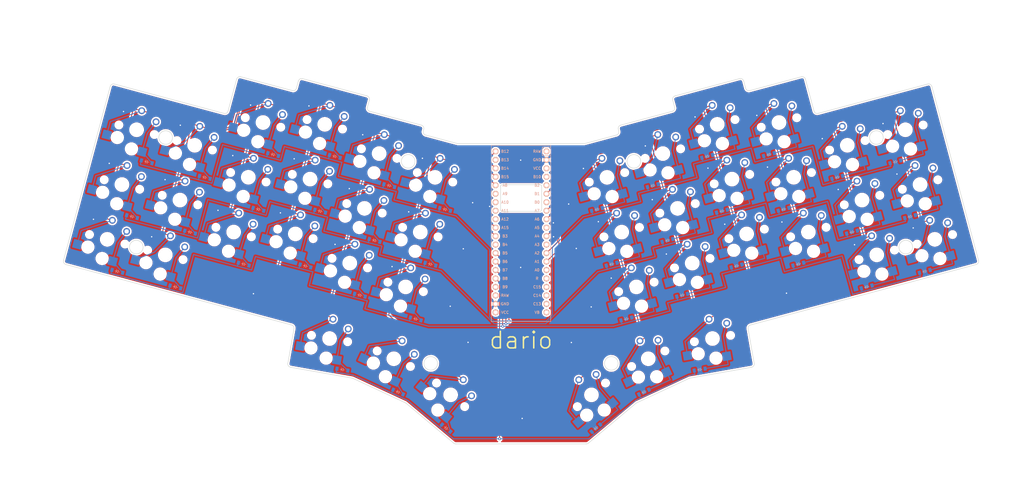
<source format=kicad_pcb>
(kicad_pcb (version 20211014) (generator pcbnew)
  (title_block (title "board") (rev "v1.0.0") (company "Unknown"))
  (layers (0 "F.Cu" signal) (31 "B.Cu" signal) (34 "B.Paste" user) (35 "F.Paste" user) (36 "B.SilkS" user "B.Silkscreen") (37 "F.SilkS" user "F.Silkscreen") (38 "B.Mask" user) (39 "F.Mask" user) (44 "Edge.Cuts" user))
  (net 0 "")
  (net 1 "outer_bottom")
  (net 2 "B12")
  (net 3 "B7")
  (net 4 "outer_home")
  (net 5 "B6")
  (net 6 "outer_top")
  (net 7 "B5")
  (net 8 "pinky_bottom")
  (net 9 "B14")
  (net 10 "pinky_home")
  (net 11 "pinky_top")
  (net 12 "ring_bottom")
  (net 13 "B15")
  (net 14 "ring_home")
  (net 15 "ring_top")
  (net 16 "middle_bottom")
  (net 17 "A8")
  (net 18 "middle_home")
  (net 19 "middle_top")
  (net 20 "index_bottom")
  (net 21 "A15")
  (net 22 "index_home")
  (net 23 "index_top")
  (net 24 "inner_bottom")
  (net 25 "B3")
  (net 26 "inner_home")
  (net 27 "inner_top")
  (net 28 "inner_thumb")
  (net 29 "B8")
  (net 30 "center_thumb")
  (net 31 "outer_thumb")
  (net 32 "mirror_outer_bottom")
  (net 33 "B1")
  (net 34 "mirror_outer_home")
  (net 35 "mirror_outer_top")
  (net 36 "mirror_pinky_bottom")
  (net 37 "A7")
  (net 38 "mirror_pinky_home")
  (net 39 "mirror_pinky_top")
  (net 40 "mirror_ring_bottom")
  (net 41 "A6")
  (net 42 "mirror_ring_home")
  (net 43 "mirror_ring_top")
  (net 44 "mirror_middle_bottom")
  (net 45 "A4")
  (net 46 "mirror_middle_home")
  (net 47 "mirror_middle_top")
  (net 48 "mirror_index_bottom")
  (net 49 "A2")
  (net 50 "mirror_index_home")
  (net 51 "mirror_index_top")
  (net 52 "mirror_inner_bottom")
  (net 53 "A1")
  (net 54 "mirror_inner_home")
  (net 55 "mirror_inner_top")
  (net 56 "mirror_inner_thumb")
  (net 57 "mirror_center_thumb")
  (net 58 "mirror_outer_thumb")
  (net 59 "A0")
  (net 60 "A10")
  (net 61 "A11")
  (net 62 "A12")
  (net 63 "A3")
  (net 64 "A5")
  (net 65 "A9")
  (net 66 "B0")
  (net 67 "B10")
  (net 68 "B13")
  (net 69 "B2")
  (net 70 "B4")
  (net 71 "B9")
  (net 72 "C13")
  (net 73 "C14")
  (net 74 "C15")
  (net 75 "GND")
  (net 76 "R")
  (net 77 "VCC")
  (net 78 "RAW")
  (net 79 "VB")
  (footprint "PG1350" (layer "F.Cu") (at 311.710655 149.190443 -165)
    (fp_text reference "S25" hide)
    (fp_text value "" hide)
  )
  (footprint "ComboDiode" (layer "F.Cu") (at 249.054753 144.859407 15)
    (fp_text reference "D35" hide)
    (fp_text value "" hide)
  )
  (footprint "ComboDiode" (layer "F.Cu") (at 253.454676 161.280146 15)
    (fp_text reference "D34" hide)
    (fp_text value "" hide)
  )
  (footprint "PG1350" (layer "F.Cu") (at 291.244044 142.354668 -165)
    (fp_text reference "S28" hide)
    (fp_text value "" hide)
  )
  (footprint "ComboDiode" (layer "F.Cu") (at 149.446867 119.674741 -15)
    (fp_text reference "D12" hide)
    (fp_text value "" hide)
  )
  (footprint "ComboDiode" (layer "F.Cu") (at 265.341436 136.09548 15)
    (fp_text reference "D32" hide)
    (fp_text value "" hide)
  )
  (footprint "ComboDiode" (layer "F.Cu") (at 88.707021 137.718953 -15)
    (fp_text reference "D2" hide)
    (fp_text value "" hide)
  )
  (footprint "ComboDiode" (layer "F.Cu") (at 288.228006 151.962661 15)
    (fp_text reference "D28" hide)
    (fp_text value "" hide)
  )
  (footprint "PG1350" (layer "F.Cu") (at 98.677725 149.190443 165)
    (fp_text reference "S4" hide)
    (fp_text value "" hide)
  )
  (footprint "PG1350" (layer "F.Cu") (at 142.030906 126.487487 165)
    (fp_text reference "S11" hide)
    (fp_text value "" hide)
  )
  (footprint "PG1350" (layer "F.Cu") (at 235.344114 142.373268 -165)
    (fp_text reference "S38" hide)
    (fp_text value "" hide)
  )
  (footprint "PG1350" (layer "F.Cu") (at 153.917666 151.672154 165)
    (fp_text reference "S13" hide)
    (fp_text value "" hide)
  )
  (footprint "PG1350" (layer "F.Cu") (at 230.94419 125.952529 -165)
    (fp_text reference "S39" hide)
    (fp_text value "" hide)
  )
  (footprint "ComboDiode" (layer "F.Cu") (at 182.777525 201.129924 -40)
    (fp_text reference "D21" hide)
    (fp_text value "" hide)
  )
  (footprint "PG1350" (layer "F.Cu") (at 137.630982 142.908226 165)
    (fp_text reference "S10" hide)
    (fp_text value "" hide)
  )
  (footprint "PG1350" (layer "F.Cu") (at 302.910808 116.348965 -165)
    (fp_text reference "S27" hide)
    (fp_text value "" hide)
  )
  (footprint "PG1350" (layer "F.Cu") (at 85.690984 128.110961 165)
    (fp_text reference "S2" hide)
    (fp_text value "" hide)
  )
  (footprint "PG1350" (layer "F.Cu") (at 127.944184 109.51319 165)
    (fp_text reference "S9" hide)
    (fp_text value "" hide)
  )
  (footprint "ComboDiode" (layer "F.Cu") (at 168.395412 190.311151 -25)
    (fp_text reference "D20" hide)
    (fp_text value "" hide)
  )
  (footprint "ComboDiode" (layer "F.Cu") (at 299.89477 125.956957 15)
    (fp_text reference "D27" hide)
    (fp_text value "" hide)
  )
  (footprint "PG1350" (layer "F.Cu") (at 272.757398 142.908226 -165)
    (fp_text reference "S31" hide)
    (fp_text value "" hide)
  )
  (footprint "ComboDiode" (layer "F.Cu") (at 130.960221 119.121183 -15)
    (fp_text reference "D9" hide)
    (fp_text value "" hide)
  )
  (footprint "PG1350" (layer "F.Cu") (at 147.8613 174.274818 170)
    (fp_text reference "S19" hide)
    (fp_text value "" hide)
  )
  (footprint "PG1350" (layer "F.Cu") (at 90.090908 111.690222 165)
    (fp_text reference "S3" hide)
    (fp_text value "" hide)
  )
  (footprint "ComboDiode" (layer "F.Cu") (at 126.560298 135.541922 -15)
    (fp_text reference "D8" hide)
    (fp_text value "" hide)
  )
  (footprint "ComboDiode" (layer "F.Cu") (at 283.828082 135.541922 15)
    (fp_text reference "D29" hide)
    (fp_text value "" hide)
  )
  (footprint "PG1350" (layer "F.Cu") (at 324.697396 128.110961 -165)
    (fp_text reference "S23" hide)
    (fp_text value "" hide)
  )
  (footprint "PG1350" (layer "F.Cu") (at 243.294775 180.325397 -155)
    (fp_text reference "S41" hide)
    (fp_text value "" hide)
  )
  (footprint "ComboDiode" (layer "F.Cu") (at 279.428159 119.121183 15)
    (fp_text reference "D30" hide)
    (fp_text value "" hide)
  )
  (footprint "ComboDiode" (layer "F.Cu") (at 232.328076 151.981261 15)
    (fp_text reference "D38" hide)
    (fp_text value "" hide)
  )
  (footprint "PG1350" (layer "F.Cu") (at 146.43083 110.066748 165)
    (fp_text reference "S12" hide)
    (fp_text value "" hide)
  )
  (footprint "ComboDiode" (layer "F.Cu") (at 93.106945 121.298214 -15)
    (fp_text reference "D3" hide)
    (fp_text value "" hide)
  )
  (footprint "PG1350" (layer "F.Cu") (at 170.644342 158.794008 165)
    (fp_text reference "S16" hide)
    (fp_text value "" hide)
  )
  (footprint "ComboDiode" (layer "F.Cu") (at 151.703253 183.583384 -10)
    (fp_text reference "D19" hide)
    (fp_text value "" hide)
  )
  (footprint "PG1350" (layer "F.Cu") (at 119.144336 142.354668 165)
    (fp_text reference "S7" hide)
    (fp_text value "" hide)
  )
  (footprint "ComboDiode" (layer "F.Cu") (at 227.610855 201.129924 40)
    (fp_text reference "D42" hide)
    (fp_text value "" hide)
  )
  (footprint "ComboDiode" (layer "F.Cu") (at 304.294694 142.377696 15)
    (fp_text reference "D26" hide)
    (fp_text value "" hide)
  )
  (footprint "PG1350" (layer "F.Cu") (at 263.95755 110.066748 -165)
    (fp_text reference "S33" hide)
    (fp_text value "" hide)
  )
  (footprint "PG1350" (layer "F.Cu") (at 103.077649 132.769704 165)
    (fp_text reference "S5" hide)
    (fp_text value "" hide)
  )
  (footprint "ComboDiode" (layer "F.Cu") (at 182.460228 135.560522 -15)
    (fp_text reference "D18" hide)
    (fp_text value "" hide)
  )
  (footprint "PG1350" (layer "F.Cu") (at 175.044266 142.373268 165)
    (fp_text reference "S17" hide)
    (fp_text value "" hide)
  )
  (footprint "ComboDiode" (layer "F.Cu") (at 308.694618 158.798435 15)
    (fp_text reference "D25" hide)
    (fp_text value "" hide)
  )
  (footprint "ComboDiode" (layer "F.Cu") (at 140.64702 152.516219 -15)
    (fp_text reference "D10" hide)
    (fp_text value "" hide)
  )
  (footprint "ComboDiode" (layer "F.Cu") (at 244.654829 128.438668 15)
    (fp_text reference "D36" hide)
    (fp_text value "" hide)
  )
  (footprint "PG1350" (layer "F.Cu") (at 123.54426 125.933929 165)
    (fp_text reference "S8" hide)
    (fp_text value "" hide)
  )
  (footprint "ComboDiode" (layer "F.Cu") (at 269.74136 152.516219 15)
    (fp_text reference "D31" hide)
    (fp_text value "" hide)
  )
  (footprint "ComboDiode" (layer "F.Cu") (at 161.333628 144.859407 -15)
    (fp_text reference "D14" hide)
    (fp_text value "" hide)
  )
  (footprint "ComboDiode" (layer "F.Cu") (at 321.681359 137.718953 15)
    (fp_text reference "D23" hide)
    (fp_text value "" hide)
  )
  (footprint "PG1350" (layer "F.Cu") (at 179.44419 125.952529 165)
    (fp_text reference "S18" hide)
    (fp_text value "" hide)
  )
  (footprint "PG1350" (layer "F.Cu") (at 81.29106 144.5317 165)
    (fp_text reference "S1" hide)
    (fp_text value "" hide)
  )
  (footprint "PG1350" (layer "F.Cu") (at 329.09732 144.5317 -165)
    (fp_text reference "S22" hide)
    (fp_text value "" hide)
  )
  (footprint "ComboDiode" (layer "F.Cu") (at 165.733551 128.438668 -15)
    (fp_text reference "D15" hide)
    (fp_text value "" hide)
  )
  (footprint "ComboDiode" (layer "F.Cu") (at 110.49361 125.956957 -15)
    (fp_text reference "D6" hide)
    (fp_text value "" hide)
  )
  (footprint "ComboDiode" (layer "F.Cu") (at 241.992969 190.311151 25)
    (fp_text reference "D41" hide)
    (fp_text value "" hide)
  )
  (footprint "ComboDiode" (layer "F.Cu") (at 260.941513 119.674741 15)
    (fp_text reference "D33" hide)
    (fp_text value "" hide)
  )
  (footprint "PG1350" (layer "F.Cu") (at 247.670866 118.830676 -165)
    (fp_text reference "S36" hide)
    (fp_text value "" hide)
  )
  (footprint "ComboDiode" (layer "F.Cu") (at 84.307098 154.139692 -15)
    (fp_text reference "D1" hide)
    (fp_text value "" hide)
  )
  (footprint "ComboDiode" (layer "F.Cu") (at 227.928152 135.560522 15)
    (fp_text reference "D39" hide)
    (fp_text value "" hide)
  )
  (footprint "PG1350" (layer "F.Cu") (at 320.297473 111.690222 -165)
    (fp_text reference "S24" hide)
    (fp_text value "" hide)
  )
  (footprint "PG1350" (layer "F.Cu") (at 256.470714 151.672154 -165)
    (fp_text reference "S34" hide)
    (fp_text value "" hide)
  )
  (footprint "ComboDiode" (layer "F.Cu") (at 178.060304 151.981261 -15)
    (fp_text reference "D17" hide)
    (fp_text value "" hide)
  )
  (footprint "ComboDiode" (layer "F.Cu") (at 145.046944 136.09548 -15)
    (fp_text reference "D11" hide)
    (fp_text value "" hide)
  )
  (footprint "ComboDiode" (layer "F.Cu") (at 326.081282 154.139692 15)
    (fp_text reference "D22" hide)
    (fp_text value "" hide)
  )
  (footprint "Blackpill" (layer "F.Cu") (at 205.19419 116.373268 -90)
    (fp_text reference "MCU1" hide)
    (fp_text value "" hide)
  )
  (footprint "PG1350" (layer "F.Cu") (at 282.444196 109.51319 -165)
    (fp_text reference "S30" hide)
    (fp_text value "" hide)
  )
  (footprint "PG1350" (layer "F.Cu") (at 286.84412 125.933929 -165)
    (fp_text reference "S29" hide)
    (fp_text value "" hide)
  )
  (footprint "ComboDiode" (layer "F.Cu") (at 101.693763 158.798435 -15)
    (fp_text reference "D4" hide)
    (fp_text value "" hide)
  )
  (footprint "PG1350" (layer "F.Cu") (at 307.310731 132.769704 -165)
    (fp_text reference "S26" hide)
    (fp_text value "" hide)
  )
  (footprint "ComboDiode" (layer "F.Cu") (at 317.281435 121.298214 15)
    (fp_text reference "D24" hide)
    (fp_text value "" hide)
  )
  (footprint "PG1350" (layer "F.Cu") (at 184.104579 191.147493 140)
    (fp_text reference "S21" hide)
    (fp_text value "" hide)
  )
  (footprint "PG1350" (layer "F.Cu") (at 158.31759 135.251415 165)
    (fp_text reference "S14" hide)
    (fp_text value "" hide)
  )
  (footprint "ComboDiode" (layer "F.Cu") (at 173.66038 168.402 -15)
    (fp_text reference "D16" hide)
    (fp_text value "" hide)
  )
  (footprint "ComboDiode" (layer "F.Cu") (at 236.728 168.402 15)
    (fp_text reference "D37" hide)
    (fp_text value "" hide)
  )
  (footprint "PG1350" (layer "F.Cu") (at 252.07079 135.251415 -165)
    (fp_text reference "S35" hide)
    (fp_text value "" hide)
  )
  (footprint "PG1350" (layer "F.Cu") (at 268.357474 126.487487 -165)
    (fp_text reference "S32" hide)
    (fp_text value "" hide)
  )
  (footprint "ComboDiode" (layer "F.Cu") (at 122.160374 151.962661 -15)
    (fp_text reference "D7" hide)
    (fp_text value "" hide)
  )
  (footprint "ComboDiode" (layer "F.Cu") (at 106.093686 142.377696 -15)
    (fp_text reference "D5" hide)
    (fp_text value "" hide)
  )
  (footprint "PG1350" (layer "F.Cu") (at 167.093605 180.325397 155)
    (fp_text reference "S20" hide)
    (fp_text value "" hide)
  )
  (footprint "PG1350" (layer "F.Cu") (at 262.52708 174.274818 -170)
    (fp_text reference "S40" hide)
    (fp_text value "" hide)
  )
  (footprint "ComboDiode" (layer "F.Cu") (at 258.685127 183.583384 10)
    (fp_text reference "D40" hide)
    (fp_text value "" hide)
  )
  (footprint "PG1350" (layer "F.Cu") (at 239.744038 158.794008 -165)
    (fp_text reference "S37" hide)
    (fp_text value "" hide)
  )
  (footprint "PG1350" (layer "F.Cu") (at 226.283801 191.147493 -140)
    (fp_text reference "S42" hide)
    (fp_text value "" hide)
  )
  (footprint "PG1350" (layer "F.Cu") (at 162.717514 118.830676 165)
    (fp_text reference "S15" hide)
    (fp_text value "" hide)
  )
  (footprint "ComboDiode" (layer "F.Cu") (at 156.933704 161.280146 -15)
    (fp_text reference "D13" hide)
    (fp_text value "" hide)
  )
  (footprint "PG1350" (layer "F.Cu") (at 107.477572 116.348965 165)
    (fp_text reference "S6" hide)
    (fp_text value "" hide)
  )
  (gr_line (start 199.57419 136.152529) (end 210.87419 136.152529) (layer "Edge.Cuts") (width 0.15))
  (gr_arc (start 289.127035 95.816853) (mid 289.885854 95.916754) (end 290.35178 96.52396) (layer "Edge.Cuts") (width 0.15))
  (gr_line (start 273.177658 171.330774) (end 275.009623 181.720362) (layer "Edge.Cuts") (width 0.15))
  (gr_line (start 117.474291 106.086625) (end 120.0366 96.52396) (layer "Edge.Cuts") (width 0.15))
  (gr_arc (start 251.197109 104.94487) (mid 251.097208 105.703689) (end 250.490002 106.169615) (layer "Edge.Cuts") (width 0.15))
  (gr_line (start 235.035189 110.310719) (end 250.490002 106.169615) (layer "Edge.Cuts") (width 0.15))
  (gr_line (start 176.060298 111.535464) (end 175.917947 112.066723) (layer "Edge.Cuts") (width 0.15))
  (gr_arc (start 210.87419 128.152529) (mid 211.227743 128.298976) (end 211.37419 128.652529) (layer "Edge.Cuts") (width 0.15))
  (gr_arc (start 82.183323 98.700991) (mid 82.649249 98.093785) (end 83.408068 97.993884) (layer "Edge.Cuts") (width 0.15))
  (gr_line (start 251.321873 101.546792) (end 270.64039 96.370411) (layer "Edge.Cuts") (width 0.15))
  (gr_circle (center 178.154665 181.716538) (end 180.204665 181.716538) (layer "Edge.Cuts") (width 0.15) (fill none))
  (gr_arc (start 154.608326 186.12648) (mid 154.735384 186.157571) (end 154.857296 186.20498) (layer "Edge.Cuts") (width 0.15))
  (gr_arc (start 136.189917 182.878818) (mid 135.544413 182.467587) (end 135.378757 181.720362) (layer "Edge.Cuts") (width 0.15))
  (gr_arc (start 68.914202 152.085731) (mid 68.306996 151.619805) (end 68.207095 150.860986) (layer "Edge.Cuts") (width 0.15))
  (gr_arc (start 185.69419 205.852156) (mid 185.333328 205.798432) (end 185.015754 205.618836) (layer "Edge.Cuts") (width 0.15))
  (gr_arc (start 273.672222 99.957958) (mid 272.913403 99.858057) (end 272.447477 99.250851) (layer "Edge.Cuts") (width 0.15))
  (gr_line (start 255.780054 186.12648) (end 274.198463 182.878818) (layer "Edge.Cuts") (width 0.15))
  (gr_circle (center 320.403988 146.861071) (end 322.453988 146.861071) (layer "Edge.Cuts") (width 0.15) (fill none))
  (gr_arc (start 225.372626 205.618836) (mid 225.055052 205.798432) (end 224.69419 205.852156) (layer "Edge.Cuts") (width 0.15))
  (gr_circle (center 89.984393 146.861071) (end 92.034393 146.861071) (layer "Edge.Cuts") (width 0.15) (fill none))
  (gr_arc (start 176.625054 113.291468) (mid 176.017848 112.825542) (end 175.917947 112.066723) (layer "Edge.Cuts") (width 0.15))
  (gr_line (start 271.865134 97.077518) (end 272.447477 99.250851) (layer "Edge.Cuts") (width 0.15))
  (gr_arc (start 239.624916 193.659745) (mid 239.730404 193.582398) (end 239.845085 193.519482) (layer "Edge.Cuts") (width 0.15))
  (gr_arc (start 199.57419 136.152529) (mid 199.220637 136.006082) (end 199.07419 135.652529) (layer "Edge.Cuts") (width 0.15))
  (gr_line (start 159.773614 102.771536) (end 159.191271 104.94487) (layer "Edge.Cuts") (width 0.15))
  (gr_circle (center 171.410846 121.160047) (end 173.460846 121.160047) (layer "Edge.Cuts") (width 0.15) (fill none))
  (gr_arc (start 120.0366 96.52396) (mid 120.502526 95.916754) (end 121.261345 95.816853) (layer "Edge.Cuts") (width 0.15))
  (gr_line (start 136.189917 182.878818) (end 154.608326 186.12648) (layer "Edge.Cuts") (width 0.15))
  (gr_line (start 224.205314 115.85253) (end 233.763326 113.291468) (layer "Edge.Cuts") (width 0.15))
  (gr_line (start 121.261345 95.816853) (end 136.716158 99.957957) (layer "Edge.Cuts") (width 0.15))
  (gr_line (start 176.625054 113.291468) (end 186.183066 115.85253) (layer "Edge.Cuts") (width 0.15))
  (gr_line (start 239.845085 193.519482) (end 255.531084 186.20498) (layer "Edge.Cuts") (width 0.15))
  (gr_arc (start 273.177658 171.330774) (mid 273.319074 170.619826) (end 273.903647 170.1912) (layer "Edge.Cuts") (width 0.15))
  (gr_arc (start 159.066507 101.546791) (mid 159.673713 102.012717) (end 159.773614 102.771536) (layer "Edge.Cuts") (width 0.15))
  (gr_line (start 224.69419 205.85253) (end 224.69419 205.852156) (layer "Edge.Cuts") (width 0.15))
  (gr_line (start 159.898378 106.169615) (end 175.353191 110.310719) (layer "Edge.Cuts") (width 0.15))
  (gr_line (start 139.74799 96.370411) (end 159.066507 101.546792) (layer "Edge.Cuts") (width 0.15))
  (gr_line (start 211.37419 135.652529) (end 211.37419 128.652529) (layer "Edge.Cuts") (width 0.15))
  (gr_arc (start 136.484733 170.1912) (mid 137.069305 170.619826) (end 137.210722 171.330774) (layer "Edge.Cuts") (width 0.15))
  (gr_arc (start 294.138834 106.793732) (mid 293.380015 106.693831) (end 292.914089 106.086625) (layer "Edge.Cuts") (width 0.15))
  (gr_line (start 251.197109 104.94487) (end 250.614766 102.771536) (layer "Edge.Cuts") (width 0.15))
  (gr_line (start 199.07419 128.652529) (end 199.07419 135.652529) (layer "Edge.Cuts") (width 0.15))
  (gr_line (start 328.205057 98.700991) (end 342.181285 150.860986) (layer "Edge.Cuts") (width 0.15))
  (gr_arc (start 342.181285 150.860986) (mid 342.081384 151.619805) (end 341.474178 152.085731) (layer "Edge.Cuts") (width 0.15))
  (gr_circle (center 232.233715 181.716538) (end 234.283715 181.716538) (layer "Edge.Cuts") (width 0.15) (fill none))
  (gr_line (start 68.914202 152.085731) (end 136.484733 170.1912) (layer "Edge.Cuts") (width 0.15))
  (gr_line (start 185.69419 205.85253) (end 224.69419 205.85253) (layer "Edge.Cuts") (width 0.15))
  (gr_line (start 68.207095 150.860986) (end 82.183323 98.700991) (layer "Edge.Cuts") (width 0.15))
  (gr_arc (start 275.009623 181.720362) (mid 274.843967 182.467587) (end 274.198463 182.878818) (layer "Edge.Cuts") (width 0.15))
  (gr_arc (start 234.470433 112.066723) (mid 234.370532 112.825542) (end 233.763326 113.291468) (layer "Edge.Cuts") (width 0.15))
  (gr_line (start 210.87419 128.152529) (end 199.57419 128.152529) (layer "Edge.Cuts") (width 0.15))
  (gr_line (start 137.940903 99.250851) (end 138.523246 97.077518) (layer "Edge.Cuts") (width 0.15))
  (gr_line (start 273.672222 99.957957) (end 289.127035 95.816853) (layer "Edge.Cuts") (width 0.15))
  (gr_line (start 154.857296 186.20498) (end 170.543295 193.519482) (layer "Edge.Cuts") (width 0.15))
  (gr_line (start 273.903647 170.1912) (end 341.474178 152.085731) (layer "Edge.Cuts") (width 0.15))
  (gr_arc (start 159.898378 106.169615) (mid 159.291172 105.703689) (end 159.191271 104.94487) (layer "Edge.Cuts") (width 0.15))
  (gr_line (start 294.138834 106.793732) (end 326.980312 97.993884) (layer "Edge.Cuts") (width 0.15))
  (gr_arc (start 137.940902 99.250851) (mid 137.474976 99.858057) (end 136.716158 99.957957) (layer "Edge.Cuts") (width 0.15))
  (gr_line (start 225.372626 205.618836) (end 239.624916 193.659745) (layer "Edge.Cuts") (width 0.15))
  (gr_line (start 224.205314 115.85253) (end 186.183066 115.85253) (layer "Edge.Cuts") (width 0.15))
  (gr_line (start 135.378757 181.720362) (end 137.210722 171.330774) (layer "Edge.Cuts") (width 0.15))
  (gr_arc (start 199.07419 128.652529) (mid 199.220637 128.298976) (end 199.57419 128.152529) (layer "Edge.Cuts") (width 0.15))
  (gr_arc (start 234.328082 111.535464) (mid 234.427983 110.776645) (end 235.035189 110.310719) (layer "Edge.Cuts") (width 0.15))
  (gr_arc (start 211.37419 135.652529) (mid 211.227743 136.006082) (end 210.87419 136.152529) (layer "Edge.Cuts") (width 0.15))
  (gr_arc (start 255.531084 186.20498) (mid 255.652996 186.157571) (end 255.780054 186.12648) (layer "Edge.Cuts") (width 0.15))
  (gr_arc (start 117.474291 106.086625) (mid 117.008365 106.693831) (end 116.249546 106.793732) (layer "Edge.Cuts") (width 0.15))
  (gr_line (start 234.470433 112.066723) (end 234.328082 111.535464) (layer "Edge.Cuts") (width 0.15))
  (gr_line (start 290.35178 96.52396) (end 292.914089 106.086625) (layer "Edge.Cuts") (width 0.15))
  (gr_arc (start 270.64039 96.370412) (mid 271.399208 96.470312) (end 271.865134 97.077518) (layer "Edge.Cuts") (width 0.15))
  (gr_circle (center 311.60414 114.019593) (end 313.65414 114.019593) (layer "Edge.Cuts") (width 0.15) (fill none))
  (gr_line (start 83.408068 97.993884) (end 116.249546 106.793732) (layer "Edge.Cuts") (width 0.15))
  (gr_arc (start 175.353191 110.310719) (mid 175.960397 110.776645) (end 176.060298 111.535464) (layer "Edge.Cuts") (width 0.15))
  (gr_arc (start 250.614767 102.771536) (mid 250.714667 102.012718) (end 251.321873 101.546792) (layer "Edge.Cuts") (width 0.15))
  (gr_line (start 185.69419 205.852156) (end 185.69419 205.85253) (layer "Edge.Cuts") (width 0.15))
  (gr_circle (center 98.78424 114.019593) (end 100.83424 114.019593) (layer "Edge.Cuts") (width 0.15) (fill none))
  (gr_line (start 170.763464 193.659745) (end 185.015754 205.618836) (layer "Edge.Cuts") (width 0.15))
  (gr_arc (start 170.543295 193.519482) (mid 170.657976 193.582398) (end 170.763464 193.659745) (layer "Edge.Cuts") (width 0.15))
  (gr_circle (center 238.977534 121.160047) (end 241.027534 121.160047) (layer "Edge.Cuts") (width 0.15) (fill none))
  (gr_arc (start 326.980312 97.993884) (mid 327.739131 98.093785) (end 328.205057 98.700991) (layer "Edge.Cuts") (width 0.15))
  (gr_arc (start 138.523245 97.077518) (mid 138.989171 96.470312) (end 139.74799 96.370411) (layer "Edge.Cuts") (width 0.15))
  (gr_text "dario" (at 205.19419 174.794008) (layer "F.SilkS") (effects (font (size 5 5) (thickness 0.45))))
  (segment (start 84.582 145.542) (end 87.104202 142.155277) (width 0.25) (layer "B.Cu") (net 1))
  (segment (start 82.914494 151.126591) (end 85.900876 154.566743) (width 0.25) (layer "B.Cu") (net 1))
  (segment (start 82.914494 151.126591) (end 84.582 145.542) (width 0.25) (layer "B.Cu") (net 1))
  (segment (start 195.326 120.4976) (end 197.57419 118.173268) (width 0.25) (layer "F.Cu") (net 2))
  (segment (start 128.016 101.346) (end 137.3124 103.8352) (width 0.25) (layer "F.Cu") (net 2))
  (segment (start 82.818092 138.832738) (end 80.4672 138.176) (width 0.25) (layer "F.Cu") (net 2))
  (segment (start 91.61794 105.99126) (end 89.132787 105.337987) (width 0.25) (layer "F.Cu") (net 2))
  (segment (start 84.79469 121.77709) (end 89.132787 105.337987) (width 0.25) (layer "F.Cu") (net 2))
  (segment (start 142.748 100.2792) (end 155.3464 103.7844) (width 0.25) (layer "F.Cu") (net 2))
  (segment (start 100.7364 106.7816) (end 117.0432 111.2012) (width 0.25) (layer "F.Cu") (net 2))
  (segment (start 119.3292 110.0328) (end 121.0564 103.7336) (width 0.25) (layer "F.Cu") (net 2))
  (segment (start 173.2788 114.6048) (end 195.326 120.4976) (width 0.25) (layer "F.Cu") (net 2))
  (segment (start 157.1244 107.8484) (end 170.5356 111.6584) (width 0.25) (layer "F.Cu") (net 2))
  (segment (start 155.3464 103.7844) (end 157.1244 107.8484) (width 0.25) (layer "F.Cu") (net 2))
  (segment (start 87.218016 122.411999) (end 84.79469 121.77709) (width 0.25) (layer "F.Cu") (net 2))
  (segment (start 98.3996 107.7468) (end 100.7364 106.7816) (width 0.25) (layer "F.Cu") (net 2))
  (segment (start 91.61794 105.99126) (end 98.3996 107.7468) (width 0.25) (layer "F.Cu") (net 2))
  (segment (start 170.5356 111.6584) (end 173.2788 114.6048) (width 0.25) (layer "F.Cu") (net 2))
  (segment (start 121.0564 103.7336) (end 128.016 101.346) (width 0.25) (layer "F.Cu") (net 2))
  (segment (start 137.3124 103.8352) (end 142.748 100.2792) (width 0.25) (layer "F.Cu") (net 2))
  (segment (start 80.4672 138.176) (end 84.79469 121.77709) (width 0.25) (layer "F.Cu") (net 2))
  (segment (start 117.0432 111.2012) (end 119.3292 110.0328) (width 0.25) (layer "F.Cu") (net 2))
  (segment (start 77.8256 125.476) (end 87.218016 122.411999) (width 0.25) (layer "B.Cu") (net 2))
  (segment (start 73.4568 141.9352) (end 82.818092 138.832738) (width 0.25) (layer "B.Cu") (net 2))
  (segment (start 72.327452 146.012194) (end 73.4568 141.9352) (width 0.25) (layer "B.Cu") (net 2))
  (segment (start 81.1273 113.170716) (end 82.1944 109.2708) (width 0.25) (layer "B.Cu") (net 2))
  (segment (start 82.1944 109.2708) (end 91.61794 105.99126) (width 0.25) (layer "B.Cu") (net 2))
  (segment (start 76.727376 129.591455) (end 77.8256 125.476) (width 0.25) (layer "B.Cu") (net 2))
  (segment (start 199.6948 155.853878) (end 197.57419 153.733268) (width 0.25) (layer "F.Cu") (net 3))
  (segment (start 199.6948 170.5864) (end 199.6948 155.853878) (width 0.25) (layer "F.Cu") (net 3))
  (via (at 199.6948 170.5864) (size 0.8) (drill 0.4) (layers "F.Cu" "B.Cu") (net 3))
  (segment (start 120.257679 152.589121) (end 124.5108 153.7208) (width 0.25) (layer "B.Cu") (net 3))
  (segment (start 172.066602 167.974949) (end 171.763921 169.002479) (width 0.25) (layer "B.Cu") (net 3))
  (segment (start 235.426655 169.894655) (end 232.8672 170.5864) (width 0.25) (layer "B.Cu") (net 3))
  (segment (start 251.860898 161.707197) (end 252.121808 162.764608) (width 0.25) (layer "B.Cu") (net 3))
  (segment (start 324.487504 154.566743) (end 324.7644 155.6004) (width 0.25) (layer "B.Cu") (net 3))
  (segment (start 124.5108 153.7208) (end 125.6792 149.7076) (width 0.25) (layer "B.Cu") (net 3))
  (segment (start 252.121808 162.764608) (end 249.0724 163.576) (width 0.25) (layer "B.Cu") (net 3))
  (segment (start 307.10084 159.225486) (end 307.344929 160.228129) (width 0.25) (layer "B.Cu") (net 3))
  (segment (start 155.0543 161.8869) (end 159.1564 162.9664) (width 0.25) (layer "B.Cu") (net 3))
  (segment (start 249.0724 163.576) (end 249.7836 166.0144) (width 0.25) (layer "B.Cu") (net 3))
  (segment (start 125.6792 149.7076) (end 138.717471 153.179329) (width 0.25) (layer "B.Cu") (net 3))
  (segment (start 99.804404 159.478796) (end 103.886 160.5788) (width 0.25) (layer "B.Cu") (net 3))
  (segment (start 284.0736 154.2288) (end 282.956 150.1648) (width 0.25) (layer "B.Cu") (net 3))
  (segment (start 82.71332 153.712641) (end 82.3976 154.7876) (width 0.25) (layer "B.Cu") (net 3))
  (segment (start 282.956 150.1648) (end 268.439153 154.013647) (width 0.25) (layer "B.Cu") (net 3))
  (segment (start 286.945618 153.443218) (end 284.0736 154.2288) (width 0.25) (layer "B.Cu") (net 3))
  (segment (start 158.4452 165.354) (end 171.763921 169.002479) (width 0.25) (layer "B.Cu") (net 3))
  (segment (start 301.3456 149.5044) (end 286.945618 153.443218) (width 0.25) (layer "B.Cu") (net 3))
  (segment (start 199.6948 170.5864) (end 177.546 170.5864) (width 0.25) (layer "B.Cu") (net 3))
  (segment (start 268.439153 154.013647) (end 265.3284 154.8384) (width 0.25) (layer "B.Cu") (net 3))
  (segment (start 249.7836 166.0144) (end 235.426655 169.894655) (width 0.25) (layer "B.Cu") (net 3))
  (segment (start 171.763921 169.002479) (end 177.546 170.5864) (width 0.25) (layer "B.Cu") (net 3))
  (segment (start 235.134222 168.829051) (end 235.426655 169.894655) (width 0.25) (layer "B.Cu") (net 3))
  (segment (start 304.4952 160.9852) (end 301.3456 149.5044) (width 0.25) (layer "B.Cu") (net 3))
  (segment (start 324.7644 155.6004) (end 307.344929 160.228129) (width 0.25) (layer "B.Cu") (net 3))
  (segment (start 107.1372 149.098) (end 120.257679 152.589121) (width 0.25) (layer "B.Cu") (net 3))
  (segment (start 307.344929 160.228129) (end 304.4952 160.9852) (width 0.25) (layer "B.Cu") (net 3))
  (segment (start 265.3284 154.8384) (end 266.446 158.9532) (width 0.25) (layer "B.Cu") (net 3))
  (segment (start 268.147582 152.94327) (end 268.439153 154.013647) (width 0.25) (layer "B.Cu") (net 3))
  (segment (start 155.339926 160.853095) (end 155.0543 161.8869) (width 0.25) (layer "B.Cu") (net 3))
  (segment (start 138.717471 153.179329) (end 142.8496 154.2796) (width 0.25) (layer "B.Cu") (net 3))
  (segment (start 103.886 160.5788) (end 107.1372 149.098) (width 0.25) (layer "B.Cu") (net 3))
  (segment (start 286.634228 152.389712) (end 286.945618 153.443218) (width 0.25) (layer "B.Cu") (net 3))
  (segment (start 142.8496 154.2796) (end 141.7828 158.3944) (width 0.25) (layer "B.Cu") (net 3))
  (segment (start 159.1564 162.9664) (end 158.4452 165.354) (width 0.25) (layer "B.Cu") (net 3))
  (segment (start 100.099985 158.371384) (end 99.804404 159.478796) (width 0.25) (layer "B.Cu") (net 3))
  (segment (start 232.8672 170.5864) (end 199.6948 170.5864) (width 0.25) (layer "B.Cu") (net 3))
  (segment (start 82.3976 154.7876) (end 99.804404 159.478796) (width 0.25) (layer "B.Cu") (net 3))
  (segment (start 120.566596 151.53561) (end 120.257679 152.589121) (width 0.25) (layer "B.Cu") (net 3))
  (segment (start 266.446 158.9532) (end 252.121808 162.764608) (width 0.25) (layer "B.Cu") (net 3))
  (segment (start 141.7828 158.3944) (end 155.0543 161.8869) (width 0.25) (layer "B.Cu") (net 3))
  (segment (start 139.053242 152.089168) (end 138.717471 153.179329) (width 0.25) (layer "B.Cu") (net 3))
  (segment (start 87.314418 134.705852) (end 90.300799 138.146004) (width 0.25) (layer "B.Cu") (net 4))
  (segment (start 87.314418 134.705852) (end 88.9508 129.1844) (width 0.25) (layer "B.Cu") (net 4))
  (segment (start 88.9508 129.1844) (end 91.504126 125.734538) (width 0.25) (layer "B.Cu") (net 4))
  (segment (start 200.66 154.279078) (end 197.57419 151.193268) (width 0.25) (layer "F.Cu") (net 5))
  (segment (start 200.66 169.8244) (end 200.66 154.279078) (width 0.25) (layer "F.Cu") (net 5))
  (via (at 200.66 169.8244) (size 0.8) (drill 0.4) (layers "F.Cu" "B.Cu") (net 5))
  (segment (start 300.1264 144.6276) (end 296.9768 133.1976) (width 0.25) (layer "B.Cu") (net 5))
  (segment (start 124.96652 135.114871) (end 124.662966 136.195034) (width 0.25) (layer "B.Cu") (net 5))
  (segment (start 197.1548 169.8244) (end 181.3052 153.9748) (width 0.25) (layer "B.Cu") (net 5))
  (segment (start 128.8288 137.3124) (end 129.9972 133.2484) (width 0.25) (layer "B.Cu") (net 5))
  (segment (start 264.018797 137.577597) (end 261.2136 138.3284) (width 0.25) (layer "B.Cu") (net 5))
  (segment (start 86.7664 138.4808) (end 104.199061 143.044539) (width 0.25) (layer "B.Cu") (net 5))
  (segment (start 278.4856 133.7056) (end 264.018797 137.577597) (width 0.25) (layer "B.Cu") (net 5))
  (segment (start 247.76227 146.36547) (end 244.7036 147.1676) (width 0.25) (layer "B.Cu") (net 5))
  (segment (start 159.73985 144.432356) (end 159.444424 145.507976) (width 0.25) (layer "B.Cu") (net 5))
  (segment (start 245.364 149.7076) (end 231.033071 153.512271) (width 0.25) (layer "B.Cu") (net 5))
  (segment (start 163.5252 146.558) (end 162.8648 149.1488) (width 0.25) (layer "B.Cu") (net 5))
  (segment (start 129.9972 133.2484) (end 143.141553 136.766447) (width 0.25) (layer "B.Cu") (net 5))
  (segment (start 200.66 169.8244) (end 212.598 169.8244) (width 0.25) (layer "B.Cu") (net 5))
  (segment (start 197.1548 169.8244) (end 200.66 169.8244) (width 0.25) (layer "B.Cu") (net 5))
  (segment (start 147.2692 137.8712) (end 146.1516 142.0876) (width 0.25) (layer "B.Cu") (net 5))
  (segment (start 146.1516 142.0876) (end 159.444424 145.507976) (width 0.25) (layer "B.Cu") (net 5))
  (segment (start 162.8648 149.1488) (end 176.151551 152.626049) (width 0.25) (layer "B.Cu") (net 5))
  (segment (start 230.734298 152.408312) (end 231.033071 153.512271) (width 0.25) (layer "B.Cu") (net 5))
  (segment (start 159.444424 145.507976) (end 163.5252 146.558) (width 0.25) (layer "B.Cu") (net 5))
  (segment (start 296.9768 133.1976) (end 282.523381 137.032181) (width 0.25) (layer "B.Cu") (net 5))
  (segment (start 108.3056 144.1196) (end 111.4044 132.6388) (width 0.25) (layer "B.Cu") (net 5))
  (segment (start 181.3052 153.9748) (end 176.151551 152.626049) (width 0.25) (layer "B.Cu") (net 5))
  (segment (start 244.7036 147.1676) (end 245.364 149.7076) (width 0.25) (layer "B.Cu") (net 5))
  (segment (start 104.499908 141.950645) (end 104.199061 143.044539) (width 0.25) (layer "B.Cu") (net 5))
  (segment (start 124.662966 136.195034) (end 128.8288 137.3124) (width 0.25) (layer "B.Cu") (net 5))
  (segment (start 320.3448 139.1412) (end 302.963369 143.857769) (width 0.25) (layer "B.Cu") (net 5))
  (segment (start 228.1428 154.2796) (end 212.598 169.8244) (width 0.25) (layer "B.Cu") (net 5))
  (segment (start 143.141553 136.766447) (end 147.2692 137.8712) (width 0.25) (layer "B.Cu") (net 5))
  (segment (start 282.234304 135.968973) (end 282.523381 137.032181) (width 0.25) (layer "B.Cu") (net 5))
  (segment (start 111.4044 132.6388) (end 124.662966 136.195034) (width 0.25) (layer "B.Cu") (net 5))
  (segment (start 231.033071 153.512271) (end 228.1428 154.2796) (width 0.25) (layer "B.Cu") (net 5))
  (segment (start 261.2136 138.3284) (end 262.3312 142.5448) (width 0.25) (layer "B.Cu") (net 5))
  (segment (start 282.523381 137.032181) (end 279.5524 137.8204) (width 0.25) (layer "B.Cu") (net 5))
  (segment (start 262.3312 142.5448) (end 247.76227 146.36547) (width 0.25) (layer "B.Cu") (net 5))
  (segment (start 104.199061 143.044539) (end 108.3056 144.1196) (width 0.25) (layer "B.Cu") (net 5))
  (segment (start 263.747658 136.522531) (end 264.018797 137.577597) (width 0.25) (layer "B.Cu") (net 5))
  (segment (start 143.453166 135.668429) (end 143.141553 136.766447) (width 0.25) (layer "B.Cu") (net 5))
  (segment (start 247.460975 145.286458) (end 247.76227 146.36547) (width 0.25) (layer "B.Cu") (net 5))
  (segment (start 302.700916 142.804747) (end 302.963369 143.857769) (width 0.25) (layer "B.Cu") (net 5))
  (segment (start 302.963369 143.857769) (end 300.1264 144.6276) (width 0.25) (layer "B.Cu") (net 5))
  (segment (start 87.113243 137.291902) (end 86.7664 138.4808) (width 0.25) (layer "B.Cu") (net 5))
  (segment (start 279.5524 137.8204) (end 278.4856 133.7056) (width 0.25) (layer "B.Cu") (net 5))
  (segment (start 176.466526 151.55421) (end 176.151551 152.626049) (width 0.25) (layer "B.Cu") (net 5))
  (segment (start 320.087581 138.146004) (end 320.3448 139.1412) (width 0.25) (layer "B.Cu") (net 5))
  (segment (start 91.714342 118.285113) (end 93.3196 112.7252) (width 0.25) (layer "B.Cu") (net 6))
  (segment (start 93.3196 112.7252) (end 95.90405 109.313799) (width 0.25) (layer "B.Cu") (net 6))
  (segment (start 91.714342 118.285113) (end 94.700723 121.725265) (width 0.25) (layer "B.Cu") (net 6))
  (segment (start 201.5744 152.653478) (end 197.57419 148.653268) (width 0.25) (layer "F.Cu") (net 7))
  (segment (start 201.5744 169.0116) (end 201.5744 152.653478) (width 0.25) (layer "F.Cu") (net 7))
  (via (at 201.5744 169.0116) (size 0.8) (drill 0.4) (layers "F.Cu" "B.Cu") (net 7))
  (segment (start 195.7832 147.574) (end 195.7832 167.816404) (width 0.25) (layer "B.Cu") (net 7))
  (segment (start 150.4696 125.6284) (end 163.821533 129.142067) (width 0.25) (layer "B.Cu") (net 7))
  (segment (start 164.139773 128.011617) (end 163.821533 129.142067) (width 0.25) (layer "B.Cu") (net 7))
  (segment (start 129.074372 119.744028) (end 133.1976 120.8532) (width 0.25) (layer "B.Cu") (net 7))
  (segment (start 243.313284 129.927684) (end 257.9116 126.0348) (width 0.25) (layer "B.Cu") (net 7))
  (segment (start 295.6052 128.1684) (end 298.5652 127.3692) (width 0.25) (layer "B.Cu") (net 7))
  (segment (start 243.061051 128.865719) (end 243.313284 129.927684) (width 0.25) (layer "B.Cu") (net 7))
  (segment (start 274.1168 117.2464) (end 275.2344 121.3612) (width 0.25) (layer "B.Cu") (net 7))
  (segment (start 180.59157 136.19723) (end 185.7248 137.5156) (width 0.25) (layer "B.Cu") (net 7))
  (segment (start 134.3152 116.7384) (end 147.550011 120.369189) (width 0.25) (layer "B.Cu") (net 7))
  (segment (start 298.300992 126.384008) (end 298.5652 127.3692) (width 0.25) (layer "B.Cu") (net 7))
  (segment (start 201.5744 169.0116) (end 212.774404 169.0116) (width 0.25) (layer "B.Cu") (net 7))
  (segment (start 223.774 137.8204) (end 226.625888 137.065488) (width 0.25) (layer "B.Cu") (net 7))
  (segment (start 151.5364 121.4628) (end 150.4696 125.6284) (width 0.25) (layer "B.Cu") (net 7))
  (segment (start 167.132 132.7404) (end 180.59157 136.19723) (width 0.25) (layer "B.Cu") (net 7))
  (segment (start 226.625888 137.065488) (end 241.046 133.2484) (width 0.25) (layer "B.Cu") (net 7))
  (segment (start 214.5792 147.0152) (end 223.774 137.8204) (width 0.25) (layer "B.Cu") (net 7))
  (segment (start 275.2344 121.3612) (end 278.121533 120.590733) (width 0.25) (layer "B.Cu") (net 7))
  (segment (start 315.9252 122.682) (end 315.687657 121.725265) (width 0.25) (layer "B.Cu") (net 7))
  (segment (start 108.593976 126.660824) (end 112.6236 127.7112) (width 0.25) (layer "B.Cu") (net 7))
  (segment (start 91.513167 120.871163) (end 91.186 122.1232) (width 0.25) (layer "B.Cu") (net 7))
  (segment (start 278.121533 120.590733) (end 292.5572 116.7384) (width 0.25) (layer "B.Cu") (net 7))
  (segment (start 196.978396 169.0116) (end 201.5744 169.0116) (width 0.25) (layer "B.Cu") (net 7))
  (segment (start 112.6236 127.7112) (end 115.824 116.1796) (width 0.25) (layer "B.Cu") (net 7))
  (segment (start 115.824 116.1796) (end 129.074372 119.744028) (width 0.25) (layer "B.Cu") (net 7))
  (segment (start 195.7832 167.816404) (end 196.978396 169.0116) (width 0.25) (layer "B.Cu") (net 7))
  (segment (start 212.774404 169.0116) (end 214.5792 167.206804) (width 0.25) (layer "B.Cu") (net 7))
  (segment (start 277.834381 119.548234) (end 278.121533 120.590733) (width 0.25) (layer "B.Cu") (net 7))
  (segment (start 147.853089 119.24769) (end 147.550011 120.369189) (width 0.25) (layer "B.Cu") (net 7))
  (segment (start 259.634459 121.153659) (end 274.1168 117.2464) (width 0.25) (layer "B.Cu") (net 7))
  (segment (start 133.1976 120.8532) (end 134.3152 116.7384) (width 0.25) (layer "B.Cu") (net 7))
  (segment (start 180.86645 135.133471) (end 180.59157 136.19723) (width 0.25) (layer "B.Cu") (net 7))
  (segment (start 214.5792 167.206804) (end 214.5792 147.0152) (width 0.25) (layer "B.Cu") (net 7))
  (segment (start 167.8432 130.2004) (end 167.132 132.7404) (width 0.25) (layer "B.Cu") (net 7))
  (segment (start 129.366443 118.694132) (end 129.074372 119.744028) (width 0.25) (layer "B.Cu") (net 7))
  (segment (start 147.550011 120.369189) (end 151.5364 121.4628) (width 0.25) (layer "B.Cu") (net 7))
  (segment (start 163.821533 129.142067) (end 167.8432 130.2004) (width 0.25) (layer "B.Cu") (net 7))
  (segment (start 259.347735 120.101792) (end 259.634459 121.153659) (width 0.25) (layer "B.Cu") (net 7))
  (segment (start 91.186 122.1232) (end 108.593976 126.660824) (width 0.25) (layer "B.Cu") (net 7))
  (segment (start 298.5652 127.3692) (end 315.9252 122.682) (width 0.25) (layer "B.Cu") (net 7))
  (segment (start 108.899832 125.529906) (end 108.593976 126.660824) (width 0.25) (layer "B.Cu") (net 7))
  (segment (start 256.794 121.92) (end 259.634459 121.153659) (width 0.25) (layer "B.Cu") (net 7))
  (segment (start 226.334374 135.987573) (end 226.625888 137.065488) (width 0.25) (layer "B.Cu") (net 7))
  (segment (start 240.3856 130.7084) (end 243.313284 129.927684) (width 0.25) (layer "B.Cu") (net 7))
  (segment (start 241.046 133.2484) (end 240.3856 130.7084) (width 0.25) (layer "B.Cu") (net 7))
  (segment (start 185.7248 137.5156) (end 195.7832 147.574) (width 0.25) (layer "B.Cu") (net 7))
  (segment (start 257.9116 126.0348) (end 256.794 121.92) (width 0.25) (layer "B.Cu") (net 7))
  (segment (start 292.5572 116.7384) (end 295.6052 128.1684) (width 0.25) (layer "B.Cu") (net 7))
  (segment (start 101.854 150.114) (end 104.490867 146.81402) (width 0.25) (layer "B.Cu") (net 8))
  (segment (start 100.301159 155.785334) (end 103.287541 159.225486) (width 0.25) (layer "B.Cu") (net 8))
  (segment (start 100.301159 155.785334) (end 101.854 150.114) (width 0.25) (layer "B.Cu") (net 8))
  (segment (start 173.0248 115.0112) (end 195.300861 120.979939) (width 0.25) (layer "F.Cu") (net 9))
  (segment (start 109.004604 110.650003) (end 115.7732 112.3696) (width 0.25) (layer "F.Cu") (net 9))
  (segment (start 119.7356 110.3376) (end 121.412 104.14) (width 0.25) (layer "F.Cu") (net 9))
  (segment (start 102.190206 126.371006) (end 106.684849 109.936049) (width 0.25) (layer "F.Cu") (net 9))
  (segment (start 104.604681 127.070742) (end 102.190206 126.371006) (width 0.25) (layer "F.Cu") (net 9))
  (segment (start 170.2308 112.0648) (end 173.0248 115.0112) (width 0.25) (layer "F.Cu") (net 9))
  (segment (start 121.412 104.14) (end 127.9652 101.854) (width 0.25) (layer "F.Cu") (net 9))
  (segment (start 100.204757 143.491481) (end 97.7392 142.6464) (width 0.25) (layer "F.Cu") (net 9))
  (segment (start 197.57419 123.253268) (end 195.300861 120.979939) (width 0.25) (layer "F.Cu") (net 9))
  (segment (start 142.7988 100.7872) (end 154.94 104.14) (width 0.25) (layer "F.Cu") (net 9))
  (segment (start 109.004604 110.650003) (end 106.684849 109.936049) (width 0.25) (layer "F.Cu") (net 9))
  (segment (start 97.7392 142.6464) (end 102.190206 126.371006) (width 0.25) (layer "F.Cu") (net 9))
  (segment (start 137.3632 104.3432) (end 142.7988 100.7872) (width 0.25) (layer "F.Cu") (net 9))
  (segment (start 127.9652 101.854) (end 137.3632 104.3432) (width 0.25) (layer "F.Cu") (net 9))
  (segment (start 156.7688 108.2548) (end 170.2308 112.0648) (width 0.25) (layer "F.Cu") (net 9))
  (segment (start 154.94 104.14) (end 156.7688 108.2548) (width 0.25) (layer "F.Cu") (net 9))
  (segment (start 115.7732 112.3696) (end 119.7356 110.3376) (width 0.25) (layer "F.Cu") (net 9))
  (segment (start 89.714117 150.670937) (end 95.4532 148.336) (width 0.25) (layer "B.Cu") (net 9))
  (segment (start 95.1992 130.0988) (end 104.604681 127.070742) (width 0.25) (layer "B.Cu") (net 9))
  (segment (start 94.114041 134.250198) (end 95.1992 130.0988) (width 0.25) (layer "B.Cu") (net 9))
  (segment (start 98.513964 117.829459) (end 104.2924 115.57) (width 0.25) (layer "B.Cu") (net 9))
  (segment (start 104.2924 115.57) (end 109.004604 110.650003) (width 0.25) (layer "B.Cu") (net 9))
  (segment (start 95.4532 148.336) (end 100.204757 143.491481) (width 0.25) (layer "B.Cu") (net 9))
  (segment (start 106.2228 133.604) (end 108.890791 130.393281) (width 0.25) (layer "B.Cu") (net 10))
  (segment (start 104.701083 139.364595) (end 106.2228 133.604) (width 0.25) (layer "B.Cu") (net 10))
  (segment (start 104.701083 139.364595) (end 107.687464 142.804747) (width 0.25) (layer "B.Cu") (net 10))
  (segment (start 109.101006 122.943856) (end 112.087388 126.384008) (width 0.25) (layer "B.Cu") (net 11))
  (segment (start 110.6932 117.2464) (end 113.290714 113.972542) (width 0.25) (layer "B.Cu") (net 11))
  (segment (start 109.101006 122.943856) (end 110.6932 117.2464) (width 0.25) (layer "B.Cu") (net 11))
  (segment (start 120.76777 148.949559) (end 123.754152 152.389712) (width 0.25) (layer "B.Cu") (net 12))
  (segment (start 122.4788 143.3576) (end 124.957478 139.978245) (width 0.25) (layer "B.Cu") (net 12))
  (segment (start 120.76777 148.949559) (end 122.4788 143.3576) (width 0.25) (layer "B.Cu") (net 12))
  (segment (start 156.3624 108.6612) (end 169.9768 112.4712) (width 0.25) (layer "F.Cu") (net 13))
  (segment (start 120.671368 136.655706) (end 118.2116 135.9916) (width 0.25) (layer "F.Cu") (net 13))
  (segment (start 172.7708 115.4684) (end 195.109663 121.425137) (width 0.25) (layer "F.Cu") (net 13))
  (segment (start 136.1948 105.664) (end 142.8496 101.346) (width 0.25) (layer "F.Cu") (net 13))
  (segment (start 118.2116 135.9916) (end 122.6265 119.5277) (width 0.25) (layer "F.Cu") (net 13))
  (segment (start 129.471216 103.814228) (end 136.1948 105.664) (width 0.25) (layer "F.Cu") (net 13))
  (segment (start 122.6265 119.5277) (end 127.019917 103.143917) (width 0.25) (layer "F.Cu") (net 13))
  (segment (start 169.9768 112.4712) (end 172.7708 115.4684) (width 0.25) (layer "F.Cu") (net 13))
  (segment (start 195.922463 122.237937) (end 195.109663 121.425137) (width 0.25) (layer "F.Cu") (net 13))
  (segment (start 142.8496 101.346) (end 154.4828 104.5464) (width 0.25) (layer "F.Cu") (net 13))
  (segment (start 125.071292 120.234967) (end 122.6265 119.5277) (width 0.25) (layer "F.Cu") (net 13))
  (segment (start 197.57419 125.793268) (end 195.922463 124.141541) (width 0.25) (layer "F.Cu") (net 13))
  (segment (start 195.922463 124.141541) (end 195.922463 122.237937) (width 0.25) (layer "F.Cu") (net 13))
  (segment (start 129.471216 103.814228) (end 127.019917 103.143917) (width 0.25) (layer "F.Cu") (net 13))
  (segment (start 154.4828 104.5464) (end 156.3624 108.6612) (width 0.25) (layer "F.Cu") (net 13))
  (segment (start 110.180728 143.835162) (end 111.3028 139.7508) (width 0.25) (layer "B.Cu") (net 13))
  (segment (start 111.3028 139.7508) (end 120.671368 136.655706) (width 0.25) (layer "B.Cu") (net 13))
  (segment (start 118.980576 110.993684) (end 119.9388 107.188) (width 0.25) (layer "B.Cu") (net 13))
  (segment (start 114.580652 127.414423) (end 115.6716 123.2408) (width 0.25) (layer "B.Cu") (net 13))
  (segment (start 115.6716 123.2408) (end 125.071292 120.234967) (width 0.25) (layer "B.Cu") (net 13))
  (segment (start 119.9388 107.188) (end 129.471216 103.814228) (width 0.25) (layer "B.Cu") (net 13))
  (segment (start 126.8476 126.8476) (end 129.357402 123.557506) (width 0.25) (layer "B.Cu") (net 14))
  (segment (start 125.167694 132.52882) (end 126.8476 126.8476) (width 0.25) (layer "B.Cu") (net 14))
  (segment (start 125.167694 132.52882) (end 128.154076 135.968973) (width 0.25) (layer "B.Cu") (net 14))
  (segment (start 131.2672 110.2868) (end 133.757326 107.136767) (width 0.25) (layer "B.Cu") (net 15))
  (segment (start 129.567618 116.108081) (end 132.553999 119.548234) (width 0.25) (layer "B.Cu") (net 15))
  (segment (start 129.567618 116.108081) (end 131.2672 110.2868) (width 0.25) (layer "B.Cu") (net 15))
  (segment (start 140.7668 143.764) (end 143.444124 140.531803) (width 0.25) (layer "B.Cu") (net 16))
  (segment (start 139.254416 149.503117) (end 140.7668 143.764) (width 0.25) (layer "B.Cu") (net 16))
  (segment (start 139.254416 149.503117) (end 142.240798 152.94327) (width 0.25) (layer "B.Cu") (net 16))
  (segment (start 136.656483 136.554883) (end 140.970963 120.041363) (width 0.25) (layer "F.Cu") (net 17))
  (segment (start 143.557938 120.788525) (end 140.970963 120.041363) (width 0.25) (layer "F.Cu") (net 17))
  (segment (start 148.885824 168.464452) (end 131.5212 156.21) (width 0.25) (layer "F.Cu") (net 17))
  (segment (start 195.472463 126.231541) (end 195.472463 123.698) (width 0.25) (layer "F.Cu") (net 17))
  (segment (start 197.57419 128.333268) (end 195.472463 126.231541) (width 0.25) (layer "F.Cu") (net 17))
  (segment (start 140.970963 120.041363) (end 145.264397 103.608397) (width 0.25) (layer "F.Cu") (net 17))
  (segment (start 195.472463 123.698) (end 195.472463 122.4788) (width 0.25) (layer "F.Cu") (net 17))
  (segment (start 156.0068 109.0676) (end 169.7228 112.8776) (width 0.25) (layer "F.Cu") (net 17))
  (segment (start 147.957862 104.367786) (end 145.264397 103.608397) (width 0.25) (layer "F.Cu") (net 17))
  (segment (start 131.5212 156.21) (end 136.656483 136.554883) (width 0.25) (layer "F.Cu") (net 17))
  (segment (start 195.472463 122.4788) (end 195.472463 122.424333) (width 0.25) (layer "F.Cu") (net 17))
  (segment (start 169.7228 112.8776) (end 172.5168 115.9256) (width 0.25) (layer "F.Cu") (net 17))
  (segment (start 195.472463 122.424333) (end 194.918465 121.870335) (width 0.25) (layer "F.Cu") (net 17))
  (segment (start 154.7368 106.2736) (end 156.0068 109.0676) (width 0.25) (layer "F.Cu") (net 17))
  (segment (start 172.5168 115.9256) (end 194.918465 121.870335) (width 0.25) (layer "F.Cu") (net 17))
  (segment (start 139.158014 137.209264) (end 136.656483 136.554883) (width 0.25) (layer "F.Cu") (net 17))
  (segment (start 147.957862 104.367786) (end 154.7368 106.2736) (width 0.25) (layer "F.Cu") (net 17))
  (segment (start 139.7508 172.5676) (end 148.885824 168.464452) (width 0.25) (layer "B.Cu") (net 17))
  (segment (start 128.667374 144.38872) (end 129.6924 140.462) (width 0.25) (layer "B.Cu") (net 17))
  (segment (start 139.060835 176.530908) (end 139.7508 172.5676) (width 0.25) (layer "B.Cu") (net 17))
  (segment (start 137.467222 111.547242) (end 138.6332 107.2388) (width 0.25) (layer "B.Cu") (net 17))
  (segment (start 133.067298 127.967981) (end 134.1628 123.8504) (width 0.25) (layer "B.Cu") (net 17))
  (segment (start 129.6924 140.462) (end 139.158014 137.209264) (width 0.25) (layer "B.Cu") (net 17))
  (segment (start 134.1628 123.8504) (end 143.557938 120.788525) (width 0.25) (layer "B.Cu") (net 17))
  (segment (start 138.6332 107.2388) (end 147.957862 104.367786) (width 0.25) (layer "B.Cu") (net 17))
  (segment (start 145.1356 127.4572) (end 147.844048 124.111064) (width 0.25) (layer "B.Cu") (net 18))
  (segment (start 143.65434 133.082378) (end 145.1356 127.4572) (width 0.25) (layer "B.Cu") (net 18))
  (segment (start 143.65434 133.082378) (end 146.640722 136.522531) (width 0.25) (layer "B.Cu") (net 18))
  (segment (start 148.054264 116.661639) (end 149.6568 110.998) (width 0.25) (layer "B.Cu") (net 19))
  (segment (start 148.054264 116.661639) (end 151.040645 120.101792) (width 0.25) (layer "B.Cu") (net 19))
  (segment (start 149.6568 110.998) (end 152.243972 107.690325) (width 0.25) (layer "B.Cu") (net 19))
  (segment (start 155.5411 158.267045) (end 157.0736 152.6032) (width 0.25) (layer "B.Cu") (net 20))
  (segment (start 155.5411 158.267045) (end 158.527482 161.707197) (width 0.25) (layer "B.Cu") (net 20))
  (segment (start 157.0736 152.6032) (end 159.730808 149.295731) (width 0.25) (layer "B.Cu") (net 20))
  (segment (start 148.336 162.6616) (end 152.876698 145.358298) (width 0.25) (layer "F.Cu") (net 21))
  (segment (start 152.876698 145.358298) (end 157.195641 128.900041) (width 0.25) (layer "F.Cu") (net 21))
  (segment (start 194.9704 133.7056) (end 194.9704 122.558666) (width 0.25) (layer "F.Cu") (net 21))
  (segment (start 170.8404 114.808) (end 172.2628 116.332) (width 0.25) (layer "F.Cu") (net 21))
  (segment (start 197.57419 141.033268) (end 194.9704 138.429478) (width 0.25) (layer "F.Cu") (net 21))
  (segment (start 172.2628 116.332) (end 194.752667 122.340933) (width 0.25) (layer "F.Cu") (net 21))
  (segment (start 164.244546 113.131714) (end 170.8404 114.808) (width 0.25) (layer "F.Cu") (net 21))
  (segment (start 194.9704 122.558666) (end 194.752667 122.340933) (width 0.25) (layer "F.Cu") (net 21))
  (segment (start 157.195641 128.900041) (end 161.514584 112.441784) (width 0.25) (layer "F.Cu") (net 21))
  (segment (start 159.844622 129.552453) (end 157.195641 128.900041) (width 0.25) (layer "F.Cu") (net 21))
  (segment (start 155.444698 145.973192) (end 152.876698 145.358298) (width 0.25) (layer "F.Cu") (net 21))
  (segment (start 169.587053 174.978181) (end 148.336 162.6616) (width 0.25) (layer "F.Cu") (net 21))
  (segment (start 164.244546 113.131714) (end 161.514584 112.441784) (width 0.25) (layer "F.Cu") (net 21))
  (segment (start 194.9704 138.429478) (end 194.9704 133.7056) (width 0.25) (layer "F.Cu") (net 21))
  (segment (start 145.9992 149.098) (end 155.444698 145.973192) (width 0.25) (layer "B.Cu") (net 21))
  (segment (start 153.753906 120.31117) (end 154.7876 116.2812) (width 0.25) (layer "B.Cu") (net 21))
  (segment (start 150.4696 132.588) (end 159.844622 129.552453) (width 0.25) (layer "B.Cu") (net 21))
  (segment (start 144.954058 153.152648) (end 145.9992 149.098) (width 0.25) (layer "B.Cu") (net 21))
  (segment (start 158.00909 180.226885) (end 159.7152 176.4792) (width 0.25) (layer "B.Cu") (net 21))
  (segment (start 159.7152 176.4792) (end 169.587053 174.978181) (width 0.25) (layer "B.Cu") (net 21))
  (segment (start 149.353982 136.731909) (end 150.4696 132.588) (width 0.25) (layer "B.Cu") (net 21))
  (segment (start 154.7876 116.2812) (end 164.244546 113.131714) (width 0.25) (layer "B.Cu") (net 21))
  (segment (start 159.941024 141.846306) (end 161.3916 136.144) (width 0.25) (layer "B.Cu") (net 22))
  (segment (start 161.3916 136.144) (end 164.130732 132.874992) (width 0.25) (layer "B.Cu") (net 22))
  (segment (start 159.941024 141.846306) (end 162.927406 145.286458) (width 0.25) (layer "B.Cu") (net 22))
  (segment (start 165.862 119.634) (end 168.530656 116.454253) (width 0.25) (layer "B.Cu") (net 23))
  (segment (start 164.340948 125.425567) (end 165.862 119.634) (width 0.25) (layer "B.Cu") (net 23))
  (segment (start 164.340948 125.425567) (end 167.327329 128.865719) (width 0.25) (layer "B.Cu") (net 23))
  (segment (start 172.267776 165.388899) (end 175.254158 168.829051) (width 0.25) (layer "B.Cu") (net 24))
  (segment (start 173.7868 159.6644) (end 176.457484 156.417585) (width 0.25) (layer "B.Cu") (net 24))
  (segment (start 172.267776 165.388899) (end 173.7868 159.6644) (width 0.25) (layer "B.Cu") (net 24))
  (segment (start 187.897026 186.627831) (end 165.5572 167.2336) (width 0.25) (layer "F.Cu") (net 25))
  (segment (start 194.5204 140.519478) (end 194.5204 135.3312) (width 0.25) (layer "F.Cu") (net 25))
  (segment (start 180.971222 120.253567) (end 178.525355 119.495755) (width 0.25) (layer "F.Cu") (net 25))
  (segment (start 180.971222 120.253567) (end 194.5204 123.8576) (width 0.25) (layer "F.Cu") (net 25))
  (segment (start 165.5572 167.2336) (end 169.594149 152.372949) (width 0.25) (layer "F.Cu") (net 25))
  (segment (start 197.57419 143.573268) (end 194.5204 140.519478) (width 0.25) (layer "F.Cu") (net 25))
  (segment (start 169.594149 152.372949) (end 174.054326 135.954326) (width 0.25) (layer "F.Cu") (net 25))
  (segment (start 174.054326 135.954326) (end 178.525355 119.495755) (width 0.25) (layer "F.Cu") (net 25))
  (segment (start 194.5204 135.3312) (end 194.5204 123.8576) (width 0.25) (layer "F.Cu") (net 25))
  (segment (start 176.571298 136.674306) (end 174.054326 135.954326) (width 0.25) (layer "F.Cu") (net 25))
  (segment (start 172.171374 153.095046) (end 169.594149 152.372949) (width 0.25) (layer "F.Cu") (net 25))
  (segment (start 162.7632 156.1592) (end 172.171374 153.095046) (width 0.25) (layer "B.Cu") (net 25))
  (segment (start 178.054 185.4708) (end 187.897026 186.627831) (width 0.25) (layer "B.Cu") (net 25))
  (segment (start 161.680734 160.274502) (end 162.7632 156.1592) (width 0.25) (layer "B.Cu") (net 25))
  (segment (start 176.3776 125.0696) (end 180.971222 120.253567) (width 0.25) (layer "B.Cu") (net 25))
  (segment (start 166.080658 143.853762) (end 167.1828 139.6492) (width 0.25) (layer "B.Cu") (net 25))
  (segment (start 170.480582 127.433023) (end 176.3776 125.0696) (width 0.25) (layer "B.Cu") (net 25))
  (segment (start 175.355108 188.701092) (end 178.054 185.4708) (width 0.25) (layer "B.Cu") (net 25))
  (segment (start 167.1828 139.6492) (end 176.571298 136.674306) (width 0.25) (layer "B.Cu") (net 25))
  (segment (start 176.6677 148.968159) (end 179.654082 152.408312) (width 0.25) (layer "B.Cu") (net 26))
  (segment (start 178.308 143.2052) (end 180.857408 139.996845) (width 0.25) (layer "B.Cu") (net 26))
  (segment (start 176.6677 148.968159) (end 178.308 143.2052) (width 0.25) (layer "B.Cu") (net 26))
  (segment (start 181.067624 132.54742) (end 184.054006 135.987573) (width 0.25) (layer "B.Cu") (net 27))
  (segment (start 181.067624 132.54742) (end 182.626 126.746) (width 0.25) (layer "B.Cu") (net 27))
  (segment (start 182.626 126.746) (end 185.257332 123.576106) (width 0.25) (layer "B.Cu") (net 27))
  (segment (start 150.053339 180.703122) (end 153.328186 183.869903) (width 0.25) (layer "B.Cu") (net 28))
  (segment (start 151.0284 174.8536) (end 153.445202 171.400789) (width 0.25) (layer "B.Cu") (net 28))
  (segment (start 150.053339 180.703122) (end 151.0284 174.8536) (width 0.25) (layer "B.Cu") (net 28))
  (segment (start 198.7804 204.3176) (end 198.7804 157.479478) (width 0.25) (layer "F.Cu") (net 29))
  (segment (start 198.7804 157.479478) (end 197.57419 156.273268) (width 0.25) (layer "F.Cu") (net 29))
  (via (at 198.7804 204.3176) (size 0.8) (drill 0.4) (layers "F.Cu" "B.Cu") (net 29))
  (segment (start 226.346882 202.190524) (end 227.036791 203.059191) (width 0.25) (layer "B.Cu") (net 29))
  (segment (start 227.036791 203.059191) (end 239.5728 192.786) (width 0.25) (layer "B.Cu") (net 29))
  (segment (start 149.86 184.404) (end 154.9908 185.2168) (width 0.25) (layer "B.Cu") (net 29))
  (segment (start 171.2976 192.8368) (end 180.877043 200.884957) (width 0.25) (layer "B.Cu") (net 29))
  (segment (start 154.9908 185.2168) (end 166.450568 190.571832) (width 0.25) (layer "B.Cu") (net 29))
  (segment (start 181.513552 200.069324) (end 180.877043 200.884957) (width 0.25) (layer "B.Cu") (net 29))
  (segment (start 150.07832 183.296865) (end 149.86 184.404) (width 0.25) (layer "B.Cu") (net 29))
  (segment (start 257.2512 185.0136) (end 257.060194 183.869903) (width 0.25) (layer "B.Cu") (net 29))
  (segment (start 166.900004 189.613831) (end 166.450568 190.571832) (width 0.25) (layer "B.Cu") (net 29))
  (segment (start 184.9628 204.3176) (end 198.7804 204.3176) (width 0.25) (layer "B.Cu") (net 29))
  (segment (start 239.5728 192.786) (end 240.994537 192.124937) (width 0.25) (layer "B.Cu") (net 29))
  (segment (start 198.7804 204.3176) (end 225.5012 204.3176) (width 0.25) (layer "B.Cu") (net 29))
  (segment (start 180.877043 200.884957) (end 184.9628 204.3176) (width 0.25) (layer "B.Cu") (net 29))
  (segment (start 240.497561 191.008471) (end 240.994537 192.124937) (width 0.25) (layer "B.Cu") (net 29))
  (segment (start 225.5012 204.3176) (end 227.036791 203.059191) (width 0.25) (layer "B.Cu") (net 29))
  (segment (start 240.994537 192.124937) (end 255.524 185.3692) (width 0.25) (layer "B.Cu") (net 29))
  (segment (start 166.450568 190.571832) (end 171.2976 192.8368) (width 0.25) (layer "B.Cu") (net 29))
  (segment (start 255.524 185.3692) (end 257.2512 185.0136) (width 0.25) (layer "B.Cu") (net 29))
  (segment (start 170.0784 181.7624) (end 173.231093 178.994519) (width 0.25) (layer "B.Cu") (net 30))
  (segment (start 167.547184 187.102003) (end 169.89082 191.008471) (width 0.25) (layer "B.Cu") (net 30))
  (segment (start 167.547184 187.102003) (end 170.0784 181.7624) (width 0.25) (layer "B.Cu") (net 30))
  (segment (start 182.788788 197.810587) (end 184.041498 202.190524) (width 0.25) (layer "B.Cu") (net 31))
  (segment (start 186.436 193.3956) (end 190.377394 191.450462) (width 0.25) (layer "B.Cu") (net 31))
  (segment (start 182.788788 197.810587) (end 186.436 193.3956) (width 0.25) (layer "B.Cu") (net 31))
  (segment (start 333.8007 149.431326) (end 332.1304 143.7132) (width 0.25) (layer "B.Cu") (net 32))
  (segment (start 327.67506 153.712641) (end 334.4164 151.892) (width 0.25) (layer "B.Cu") (net 32))
  (segment (start 332.1304 143.7132) (end 332.943437 139.567087) (width 0.25) (layer "B.Cu") (net 32))
  (segment (start 334.4164 151.892) (end 333.8007 149.431326) (width 0.25) (layer "B.Cu") (net 32))
  (segment (start 212.81419 130.873268) (end 214.2744 129.413058) (width 0.25) (layer "F.Cu") (net 33))
  (segment (start 325.2216 139.3952) (end 320.826896 123.114304) (width 0.25) (layer "F.Cu") (net 33))
  (segment (start 253.3396 108.204) (end 239.3696 112.014) (width 0.25) (layer "F.Cu") (net 33))
  (segment (start 236.8296 115.0112) (end 215.0872 120.3452) (width 0.25) (layer "F.Cu") (net 33))
  (segment (start 309.7276 106.934) (end 293.2176 111.2012) (width 0.25) (layer "F.Cu") (net 33))
  (segment (start 214.2744 121.158) (end 215.0872 120.3452) (width 0.25) (layer "F.Cu") (net 33))
  (segment (start 255.0668 103.7844) (end 253.3396 108.204) (width 0.25) (layer "F.Cu") (net 33))
  (segment (start 293.2176 111.2012) (end 290.83 109.982) (width 0.25) (layer "F.Cu") (net 33))
  (segment (start 239.3696 112.014) (end 236.8296 115.0112) (width 0.25) (layer "F.Cu") (net 33))
  (segment (start 316.389002 106.673398) (end 312.0644 107.7976) (width 0.25) (layer "F.Cu") (net 33))
  (segment (start 268.6304 100.076) (end 255.0668 103.7844) (width 0.25) (layer "F.Cu") (net 33))
  (segment (start 273.2024 103.6828) (end 268.6304 100.076) (width 0.25) (layer "F.Cu") (net 33))
  (segment (start 312.0644 107.7976) (end 309.7276 106.934) (width 0.25) (layer "F.Cu") (net 33))
  (segment (start 288.6964 102.6668) (end 284.5308 100.584) (width 0.25) (layer "F.Cu") (net 33))
  (segment (start 318.770441 105.99126) (end 316.389002 106.673398) (width 0.25) (layer "F.Cu") (net 33))
  (segment (start 320.826896 123.114304) (end 316.389002 106.673398) (width 0.25) (layer "F.Cu") (net 33))
  (segment (start 284.5308 100.584) (end 273.2024 103.6828) (width 0.25) (layer "F.Cu") (net 33))
  (segment (start 214.2744 129.413058) (end 214.2744 121.158) (width 0.25) (layer "F.Cu") (net 33))
  (segment (start 327.570288 138.832738) (end 325.2216 139.3952) (width 0.25) (layer "F.Cu") (net 33))
  (segment (start 323.170364 122.411999) (end 320.826896 123.114304) (width 0.25) (layer "F.Cu") (net 33))
  (segment (start 290.83 109.982) (end 288.6964 102.6668) (width 0.25) (layer "F.Cu") (net 33))
  (segment (start 316.5348 129.5908) (end 323.170364 122.411999) (width 0.25) (layer "B.Cu") (net 33))
  (segment (start 317.674931 133.87491) (end 316.5348 129.5908) (width 0.25) (layer "B.Cu") (net 33))
  (segment (start 317.0428 112.6744) (end 318.770441 105.99126) (width 0.25) (layer "B.Cu") (net 33))
  (segment (start 322.074855 150.295649) (end 326.0344 145.2372) (width 0.25) (layer "B.Cu") (net 33))
  (segment (start 326.0344 145.2372) (end 327.570288 138.832738) (width 0.25) (layer "B.Cu") (net 33))
  (segment (start 313.275008 117.454171) (end 317.0428 112.6744) (width 0.25) (layer "B.Cu") (net 33))
  (segment (start 327.6092 127.1524) (end 328.543513 123.146348) (width 0.25) (layer "B.Cu") (net 34))
  (segment (start 330.073 135.382) (end 329.400776 133.010587) (width 0.25) (layer "B.Cu") (net 34))
  (segment (start 329.400776 133.010587) (end 327.6092 127.1524) (width 0.25) (layer "B.Cu") (net 34))
  (segment (start 323.275137 137.291902) (end 330.073 135.382) (width 0.25) (layer "B.Cu") (net 34))
  (segment (start 323.3928 110.8964) (end 324.14359 106.725609) (width 0.25) (layer "B.Cu") (net 35))
  (segment (start 325.628 118.999) (end 325.000853 116.589848) (width 0.25) (layer "B.Cu") (net 35))
  (segment (start 325.000853 116.589848) (end 323.3928 110.8964) (width 0.25) (layer "B.Cu") (net 35))
  (segment (start 318.875213 120.871163) (end 325.628 118.999) (width 0.25) (layer "B.Cu") (net 35))
  (segment (start 310.288396 158.371384) (end 317.0428 156.5656) (width 0.25) (layer "B.Cu") (net 36))
  (segment (start 314.8584 148.4376) (end 315.556772 144.22583) (width 0.25) (layer "B.Cu") (net 36))
  (segment (start 317.0428 156.5656) (end 316.414035 154.090069) (width 0.25) (layer "B.Cu") (net 36))
  (segment (start 316.414035 154.090069) (end 314.8584 148.4376) (width 0.25) (layer "B.Cu") (net 36))
  (segment (start 214.7244 124.2568) (end 214.7244 121.344396) (width 0.25) (layer "F.Cu") (net 37))
  (segment (start 239.6236 112.4204) (end 237.0836 115.4176) (width 0.25) (layer "F.Cu") (net 37))
  (segment (start 310.183623 143.491481) (end 308.0004 144.1196) (width 0.25) (layer "F.Cu") (net 37))
  (segment (start 298.715063 111.393337) (end 294.5892 112.4712) (width 0.25) (layer "F.Cu") (net 37))
  (segment (start 284.48 101.1428) (end 273.1516 104.2416) (width 0.25) (layer "F.Cu") (net 37))
  (segment (start 268.5288 100.584) (end 255.4732 104.14) (width 0.25) (layer "F.Cu") (net 37))
  (segment (start 253.746 108.5596) (end 239.6236 112.4204) (width 0.25) (layer "F.Cu") (net 37))
  (segment (start 255.4732 104.14) (end 253.746 108.5596) (width 0.25) (layer "F.Cu") (net 37))
  (segment (start 294.5892 112.4712) (end 290.4236 110.2868) (width 0.25) (layer "F.Cu") (net 37))
  (segment (start 301.383776 110.650003) (end 298.715063 111.393337) (width 0.25) (layer "F.Cu") (net 37))
  (segment (start 288.3408 103.0732) (end 284.48 101.1428) (width 0.25) (layer "F.Cu") (net 37))
  (segment (start 273.1516 104.2416) (end 268.5288 100.584) (width 0.25) (layer "F.Cu") (net 37))
  (segment (start 212.81419 135.953268) (end 214.7244 134.043058) (width 0.25) (layer "F.Cu") (net 37))
  (segment (start 308.0004 144.1196) (end 303.363345 127.776255) (width 0.25) (layer "F.Cu") (net 37))
  (segment (start 305.783699 127.070742) (end 303.363345 127.776255) (width 0.25) (layer "F.Cu") (net 37))
  (segment (start 237.0836 115.4176) (end 215.278398 120.790398) (width 0.25) (layer "F.Cu") (net 37))
  (segment (start 290.4236 110.2868) (end 288.3408 103.0732) (width 0.25) (layer "F.Cu") (net 37))
  (segment (start 214.7244 121.344396) (end 215.278398 120.790398) (width 0.25) (layer "F.Cu") (net 37))
  (segment (start 214.7244 134.043058) (end 214.7244 124.2568) (width 0.25) (layer "F.Cu") (net 37))
  (segment (start 303.363345 127.776255) (end 298.715063 111.393337) (width 0.25) (layer "F.Cu") (net 37))
  (segment (start 295.888343 122.112914) (end 294.8432 117.9068) (width 0.25) (layer "B.Cu") (net 37))
  (segment (start 303.5808 150.876) (end 310.183623 143.491481) (width 0.25) (layer "B.Cu") (net 37))
  (segment (start 300.288266 138.533653) (end 299.212 134.366) (width 0.25) (layer "B.Cu") (net 37))
  (segment (start 299.212 134.366) (end 305.783699 127.070742) (width 0.25) (layer "B.Cu") (net 37))
  (segment (start 304.68819 154.954392) (end 303.5808 150.876) (width 0.25) (layer "B.Cu") (net 37))
  (segment (start 294.8432 117.9068) (end 301.383776 110.650003) (width 0.25) (layer "B.Cu") (net 37))
  (segment (start 312.014111 137.66933) (end 310.3372 131.9276) (width 0.25) (layer "B.Cu") (net 38))
  (segment (start 312.674 140.081) (end 312.014111 137.66933) (width 0.25) (layer "B.Cu") (net 38))
  (segment (start 305.888472 141.950645) (end 312.674 140.081) (width 0.25) (layer "B.Cu") (net 38))
  (segment (start 310.3372 131.9276) (end 311.156848 127.805091) (width 0.25) (layer "B.Cu") (net 38))
  (segment (start 307.614188 121.248591) (end 305.9684 115.5192) (width 0.25) (layer "B.Cu") (net 39))
  (segment (start 308.229 123.698) (end 307.614188 121.248591) (width 0.25) (layer "B.Cu") (net 39))
  (segment (start 301.488548 125.529906) (end 308.229 123.698) (width 0.25) (layer "B.Cu") (net 39))
  (segment (start 305.9684 115.5192) (end 306.756925 111.384352) (width 0.25) (layer "B.Cu") (net 39))
  (segment (start 295.947424 147.254294) (end 294.386 141.4272) (width 0.25) (layer "B.Cu") (net 40))
  (segment (start 294.386 141.4272) (end 295.090161 137.390055) (width 0.25) (layer "B.Cu") (net 40))
  (segment (start 296.545 149.733) (end 295.947424 147.254294) (width 0.25) (layer "B.Cu") (net 40))
  (segment (start 289.821784 151.53561) (end 296.545 149.733) (width 0.25) (layer "B.Cu") (net 40))
  (segment (start 280.917164 103.814228) (end 278.363746 104.515854) (width 0.25) (layer "F.Cu") (net 41))
  (segment (start 287.3248 137.3124) (end 282.844273 120.914127) (width 0.25) (layer "F.Cu") (net 41))
  (segment (start 215.1744 121.530792) (end 215.444196 121.260996) (width 0.25) (layer "F.Cu") (net 41))
  (segment (start 215.1744 133.2484) (end 215.1744 121.530792) (width 0.25) (layer "F.Cu") (net 41))
  (segment (start 237.3884 115.824) (end 215.444196 121.260996) (width 0.25) (layer "F.Cu") (net 41))
  (segment (start 268.478 101.1428) (end 255.8288 104.5464) (width 0.25) (layer "F.Cu") (net 41))
  (segment (start 282.844273 120.914127) (end 278.363746 104.515854) (width 0.25) (layer "F.Cu") (net 41))
  (segment (start 212.81419 138.493268) (end 215.1744 136.133058) (width 0.25) (layer "F.Cu") (net 41))
  (segment (start 215.1744 136.133058) (end 215.1744 133.2484) (width 0.25) (layer "F.Cu") (net 41))
  (segment (start 285.317088 120.234967) (end 282.844273 120.914127) (width 0.25) (layer "F.Cu") (net 41))
  (segment (start 239.9284 112.8776) (end 237.3884 115.824) (width 0.25) (layer "F.Cu") (net 41))
  (segment (start 254.1016 108.966) (end 239.9284 112.8776) (width 0.25) (layer "F.Cu") (net 41))
  (segment (start 289.717012 136.655706) (end 287.3248 137.3124) (width 0.25) (layer "F.Cu") (net 41))
  (segment (start 274.1676 105.6132) (end 268.478 101.1428) (width 0.25) (layer "F.Cu") (net 41))
  (segment (start 255.8288 104.5464) (end 254.1016 108.966) (width 0.25) (layer "F.Cu") (net 41))
  (segment (start 278.363746 104.515854) (end 274.1676 105.6132) (width 0.25) (layer "F.Cu") (net 41))
  (segment (start 274.32 111.1504) (end 280.917164 103.814228) (width 0.25) (layer "B.Cu") (net 41))
  (segment (start 284.221579 148.118617) (end 283.1084 144.018) (width 0.25) (layer "B.Cu") (net 41))
  (segment (start 275.421731 115.277139) (end 274.32 111.1504) (width 0.25) (layer "B.Cu") (net 41))
  (segment (start 283.1084 144.018) (end 289.717012 136.655706) (width 0.25) (layer "B.Cu") (net 41))
  (segment (start 279.821655 131.697878) (end 278.7396 127.508) (width 0.25) (layer "B.Cu") (net 41))
  (segment (start 278.7396 127.508) (end 285.317088 120.234967) (width 0.25) (layer "B.Cu") (net 41))
  (segment (start 291.5475 130.833555) (end 289.9156 124.968) (width 0.25) (layer "B.Cu") (net 42))
  (segment (start 285.42186 135.114871) (end 292.1508 133.2484) (width 0.25) (layer "B.Cu") (net 42))
  (segment (start 289.9156 124.968) (end 290.690237 120.969316) (width 0.25) (layer "B.Cu") (net 42))
  (segment (start 292.1508 133.2484) (end 291.5475 130.833555) (width 0.25) (layer "B.Cu") (net 42))
  (segment (start 287.655 116.84) (end 287.147576 114.412816) (width 0.25) (layer "B.Cu") (net 43))
  (segment (start 281.021937 118.694132) (end 287.655 116.84) (width 0.25) (layer "B.Cu") (net 43))
  (segment (start 287.147576 114.412816) (end 285.5468 108.712) (width 0.25) (layer "B.Cu") (net 43))
  (segment (start 285.5468 108.712) (end 286.290313 104.548577) (width 0.25) (layer "B.Cu") (net 43))
  (segment (start 278.13 150.241) (end 277.460778 147.807852) (width 0.25) (layer "B.Cu") (net 44))
  (segment (start 277.460778 147.807852) (end 275.9964 142.1384) (width 0.25) (layer "B.Cu") (net 44))
  (segment (start 271.335138 152.089168) (end 278.13 150.241) (width 0.25) (layer "B.Cu") (net 44))
  (segment (start 275.9964 142.1384) (end 276.603515 137.943613) (width 0.25) (layer "B.Cu") (net 44))
  (segment (start 266.830442 120.788525) (end 264.290647 121.433753) (width 0.25) (layer "F.Cu") (net 45))
  (segment (start 262.430518 104.367786) (end 259.704059 105.090741) (width 0.25) (layer "F.Cu") (net 45))
  (segment (start 271.230366 137.209264) (end 268.888367 137.816433) (width 0.25) (layer "F.Cu") (net 45))
  (segment (start 215.6244 140.763058) (end 215.6244 121.717188) (width 0.25) (layer "F.Cu") (net 45))
  (segment (start 268.888367 137.816433) (end 274.643866 158.324534) (width 0.25) (layer "F.Cu") (net 45))
  (segment (start 254.4572 109.3724) (end 240.2332 113.284) (width 0.25) (layer "F.Cu") (net 45))
  (segment (start 240.2332 113.284) (end 237.6424 116.2304) (width 0.25) (layer "F.Cu") (net 45))
  (segment (start 212.81419 143.573268) (end 215.6244 140.763058) (width 0.25) (layer "F.Cu") (net 45))
  (segment (start 261.502556 168.464452) (end 274.643866 158.324534) (width 0.25) (layer "F.Cu") (net 45))
  (segment (start 255.7272 106.2228) (end 254.4572 109.3724) (width 0.25) (layer "F.Cu") (net 45))
  (segment (start 259.704059 105.090741) (end 255.7272 106.2228) (width 0.25) (layer "F.Cu") (net 45))
  (segment (start 259.704059 105.090741) (end 264.290647 121.433753) (width 0.25) (layer "F.Cu") (net 45))
  (segment (start 237.6424 116.2304) (end 215.6244 121.717188) (width 0.25) (layer "F.Cu") (net 45))
  (segment (start 264.290647 121.433753) (end 268.888367 137.816433) (width 0.25) (layer "F.Cu") (net 45))
  (segment (start 255.8288 111.5568) (end 262.430518 104.367786) (width 0.25) (layer "B.Cu") (net 45))
  (segment (start 260.1976 127.9652) (end 266.830442 120.788525) (width 0.25) (layer "B.Cu") (net 45))
  (segment (start 255.028977 179.404786) (end 254.3048 175.1584) (width 0.25) (layer "B.Cu") (net 45))
  (segment (start 265.734933 148.672175) (end 264.6172 144.4752) (width 0.25) (layer "B.Cu") (net 45))
  (segment (start 254.3048 175.1584) (end 261.502556 168.464452) (width 0.25) (layer "B.Cu") (net 45))
  (segment (start 264.6172 144.4752) (end 271.230366 137.209264) (width 0.25) (layer "B.Cu") (net 45))
  (segment (start 256.935085 115.830697) (end 255.8288 111.5568) (width 0.25) (layer "B.Cu") (net 45))
  (segment (start 261.335009 132.251436) (end 260.1976 127.9652) (width 0.25) (layer "B.Cu") (net 45))
  (segment (start 271.3228 125.73) (end 272.203591 121.522874) (width 0.25) (layer "B.Cu") (net 46))
  (segment (start 273.060854 131.387113) (end 271.3228 125.73) (width 0.25) (layer "B.Cu") (net 46))
  (segment (start 273.7104 133.858) (end 273.060854 131.387113) (width 0.25) (layer "B.Cu") (net 46))
  (segment (start 266.935214 135.668429) (end 273.7104 133.858) (width 0.25) (layer "B.Cu") (net 46))
  (segment (start 269.24 117.475) (end 268.66093 114.966374) (width 0.25) (layer "B.Cu") (net 47))
  (segment (start 268.66093 114.966374) (end 267.1064 109.22) (width 0.25) (layer "B.Cu") (net 47))
  (segment (start 262.535291 119.24769) (end 269.24 117.475) (width 0.25) (layer "B.Cu") (net 47))
  (segment (start 267.1064 109.22) (end 267.803667 105.102135) (width 0.25) (layer "B.Cu") (net 47))
  (segment (start 259.6388 150.8252) (end 260.316831 146.707541) (width 0.25) (layer "B.Cu") (net 48))
  (segment (start 261.7724 159.0548) (end 261.174094 156.57178) (width 0.25) (layer "B.Cu") (net 48))
  (segment (start 255.048454 160.853095) (end 261.7724 159.0548) (width 0.25) (layer "B.Cu") (net 48))
  (segment (start 261.174094 156.57178) (end 259.6388 150.8252) (width 0.25) (layer "B.Cu") (net 48))
  (segment (start 243.656252 113.874148) (end 239.3188 115.062) (width 0.25) (layer "F.Cu") (net 49))
  (segment (start 252.476 146.6596) (end 248.07151 130.28689) (width 0.25) (layer "F.Cu") (net 49))
  (segment (start 246.143834 113.131714) (end 243.656252 113.874148) (width 0.25) (layer "F.Cu") (net 49))
  (segment (start 212.81419 148.653268) (end 216.0744 145.393058) (width 0.25) (layer "F.Cu") (net 49))
  (segment (start 239.3188 115.062) (end 237.8456 116.6876) (width 0.25) (layer "F.Cu") (net 49))
  (segment (start 254.943682 145.973192) (end 252.476 146.6596) (width 0.25) (layer "F.Cu") (net 49))
  (segment (start 216.0744 145.393058) (end 216.0744 122.0944) (width 0.25) (layer "F.Cu") (net 49))
  (segment (start 250.543758 129.552453) (end 248.07151 130.28689) (width 0.25) (layer "F.Cu") (net 49))
  (segment (start 252.476 146.6596) (end 257.4544 164.9984) (width 0.25) (layer "F.Cu") (net 49))
  (segment (start 237.8456 116.6876) (end 216.0744 122.0944) (width 0.25) (layer "F.Cu") (net 49))
  (segment (start 257.4544 164.9984) (end 240.801327 174.978181) (width 0.25) (layer "F.Cu") (net 49))
  (segment (start 248.07151 130.28689) (end 243.656252 113.874148) (width 0.25) (layer "F.Cu") (net 49))
  (segment (start 240.648401 124.594625) (end 244.6528 119.634) (width 0.25) (layer "B.Cu") (net 49))
  (segment (start 249.448249 157.436103) (end 248.3612 153.416) (width 0.25) (layer "B.Cu") (net 49))
  (segment (start 248.3612 153.416) (end 254.943682 145.973192) (width 0.25) (layer "B.Cu") (net 49))
  (segment (start 235.6104 183.2864) (end 240.801327 174.978181) (width 0.25) (layer "B.Cu") (net 49))
  (segment (start 237.379897 187.221217) (end 235.6104 183.2864) (width 0.25) (layer "B.Cu") (net 49))
  (segment (start 245.048325 141.015364) (end 243.9416 136.8552) (width 0.25) (layer "B.Cu") (net 49))
  (segment (start 243.9416 136.8552) (end 250.543758 129.552453) (width 0.25) (layer "B.Cu") (net 49))
  (segment (start 244.6528 119.634) (end 246.143834 113.131714) (width 0.25) (layer "B.Cu") (net 49))
  (segment (start 257.4036 142.6464) (end 256.77417 140.151041) (width 0.25) (layer "B.Cu") (net 50))
  (segment (start 256.77417 140.151041) (end 255.1684 134.366) (width 0.25) (layer "B.Cu") (net 50))
  (segment (start 255.1684 134.366) (end 255.916907 130.286802) (width 0.25) (layer "B.Cu") (net 50))
  (segment (start 250.648531 144.432356) (end 257.4036 142.6464) (width 0.25) (layer "B.Cu") (net 50))
  (segment (start 252.984 126.238) (end 252.374246 123.730302) (width 0.25) (layer "B.Cu") (net 51))
  (segment (start 250.8504 117.9576) (end 251.516983 113.866063) (width 0.25) (layer "B.Cu") (net 51))
  (segment (start 246.248607 128.011617) (end 252.984 126.238) (width 0.25) (layer "B.Cu") (net 51))
  (segment (start 252.374246 123.730302) (end 250.8504 117.9576) (width 0.25) (layer "B.Cu") (net 51))
  (segment (start 245.0084 166.1668) (end 244.447418 163.693634) (width 0.25) (layer "B.Cu") (net 52))
  (segment (start 238.321778 167.974949) (end 245.0084 166.1668) (width 0.25) (layer "B.Cu") (net 52))
  (segment (start 242.9764 157.8864) (end 243.590155 153.829395) (width 0.25) (layer "B.Cu") (net 52))
  (segment (start 244.447418 163.693634) (end 242.9764 157.8864) (width 0.25) (layer "B.Cu") (net 52))
  (segment (start 216.5244 145.0848) (end 216.5244 123.6324) (width 0.25) (layer "F.Cu") (net 53))
  (segment (start 233.817082 136.674306) (end 231.363476 137.342924) (width 0.25) (layer "F.Cu") (net 53))
  (segment (start 236.0168 153.7208) (end 231.363476 137.342924) (width 0.25) (layer "F.Cu") (net 53))
  (segment (start 212.81419 151.193268) (end 216.5244 147.483058) (width 0.25) (layer "F.Cu") (net 53))
  (segment (start 226.732632 121.044168) (end 216.5244 123.6324) (width 0.25) (layer "F.Cu") (net 53))
  (segment (start 240.7412 170.4848) (end 222.491354 186.627831) (width 0.25) (layer "F.Cu") (net 53))
  (segment (start 236.0168 153.7208) (end 240.7412 170.4848) (width 0.25) (layer "F.Cu") (net 53))
  (segment (start 231.363476 137.342924) (end 226.732632 121.044168) (width 0.25) (layer "F.Cu") (net 53))
  (segment (start 238.217006 153.095046) (end 236.0168 153.7208) (width 0.25) (layer "F.Cu") (net 53))
  (segment (start 229.417158 120.253567) (end 226.732632 121.044168) (width 0.25) (layer "F.Cu") (net 53))
  (segment (start 216.5244 147.483058) (end 216.5244 145.0848) (width 0.25) (layer "F.Cu") (net 53))
  (segment (start 223.921725 131.716478) (end 222.758 127.6604) (width 0.25) (layer "B.Cu") (net 53))
  (segment (start 232.721573 164.557957) (end 231.5972 160.3756) (width 0.25) (layer "B.Cu") (net 53))
  (segment (start 219.5576 195.9356) (end 222.491354 186.627831) (width 0.25) (layer "B.Cu") (net 53))
  (segment (start 222.355237 199.339227) (end 219.5576 195.9356) (width 0.25) (layer "B.Cu") (net 53))
  (segment (start 222.758 127.6604) (end 229.417158 120.253567) (width 0.25) (layer "B.Cu") (net 53))
  (segment (start 227.2284 144.272) (end 233.817082 136.674306) (width 0.25) (layer "B.Cu") (net 53))
  (segment (start 228.321649 148.137217) (end 227.2284 144.272) (width 0.25) (layer "B.Cu") (net 53))
  (segment (start 231.5972 160.3756) (end 238.217006 153.095046) (width 0.25) (layer "B.Cu") (net 53))
  (segment (start 233.921854 151.55421) (end 240.6904 149.7076) (width 0.25) (layer "B.Cu") (net 54))
  (segment (start 240.6904 149.7076) (end 240.047494 147.272894) (width 0.25) (layer "B.Cu") (net 54))
  (segment (start 238.5568 141.478) (end 239.190231 137.408655) (width 0.25) (layer "B.Cu") (net 54))
  (segment (start 240.047494 147.272894) (end 238.5568 141.478) (width 0.25) (layer "B.Cu") (net 54))
  (segment (start 233.9848 125.2728) (end 234.790307 120.987916) (width 0.25) (layer "B.Cu") (net 55))
  (segment (start 235.64757 130.852155) (end 233.9848 125.2728) (width 0.25) (layer "B.Cu") (net 55))
  (segment (start 229.52193 135.133471) (end 236.22 133.35) (width 0.25) (layer "B.Cu") (net 55))
  (segment (start 236.22 133.35) (end 235.64757 130.852155) (width 0.25) (layer "B.Cu") (net 55))
  (segment (start 265.7856 173.5836) (end 266.791256 169.664308) (width 0.25) (layer "B.Cu") (net 56))
  (segment (start 266.785532 179.565726) (end 265.7856 173.5836) (width 0.25) (layer "B.Cu") (net 56))
  (segment (start 267.208 182.0672) (end 266.785532 179.565726) (width 0.25) (layer "B.Cu") (net 56))
  (segment (start 260.31006 183.296865) (end 267.208 182.0672) (width 0.25) (layer "B.Cu") (net 56))
  (segment (start 249.8852 186.6392) (end 248.777512 184.333854) (width 0.25) (layer "B.Cu") (net 57))
  (segment (start 246.126 178.816) (end 246.220365 174.768336) (width 0.25) (layer "B.Cu") (net 57))
  (segment (start 243.488377 189.613831) (end 249.8852 186.6392) (width 0.25) (layer "B.Cu") (net 57))
  (segment (start 248.777512 184.333854) (end 246.126 178.816) (width 0.25) (layer "B.Cu") (net 57))
  (segment (start 234.188 195.6308) (end 232.617183 193.600328) (width 0.25) (layer "B.Cu") (net 58))
  (segment (start 228.874828 200.069324) (end 234.188 195.6308) (width 0.25) (layer "B.Cu") (net 58))
  (segment (start 228.7016 188.9252) (end 227.67143 185.022586) (width 0.25) (layer "B.Cu") (net 58))
  (segment (start 232.617183 193.600328) (end 228.7016 188.9252) (width 0.25) (layer "B.Cu") (net 58))
  (via (at 103.1748 110.3376) (size 0.8) (drill 0.4) (layers "F.Cu" "B.Cu") (net 75))
  (via (at 226.2124 164.7952) (size 0.8) (drill 0.4) (layers "F.Cu" "B.Cu") (net 75))
  (via (at 166.5732 152.7048) (size 0.8) (drill 0.4) (layers "F.Cu" "B.Cu") (net 75))
  (via (at 205.5368 198.2216) (size 0.8) (drill 0.4) (layers "F.Cu" "B.Cu") (net 75))
  (via (at 223.8756 123.2916) (size 0.8) (drill 0.4) (layers "F.Cu" "B.Cu") (net 75))
  (via (at 221.742 147.2692) (size 0.8) (drill 0.4) (layers "F.Cu" "B.Cu") (net 75))
  (via (at 214.884 139.5984) (size 0.8) (drill 0.4) (layers "F.Cu" "B.Cu") (net 75))
  (via (at 94.5896 143.764) (size 0.8) (drill 0.4) (layers "F.Cu" "B.Cu") (net 75))
  (via (at 283.3116 139.3444) (size 0.8) (drill 0.4) (layers "F.Cu" "B.Cu") (net 75))
  (via (at 220.2688 175.4632) (size 0.8) (drill 0.4) (layers "F.Cu" "B.Cu") (net 75))
  (via (at 278.9936 122.8852) (size 0.8) (drill 0.4) (layers "F.Cu" "B.Cu") (net 75))
  (via (at 244.5004 132.6388) (size 0.8) (drill 0.4) (layers "F.Cu" "B.Cu") (net 75))
  (via (at 149.5044 146.05) (size 0.8) (drill 0.4) (layers "F.Cu" "B.Cu") (net 75))
  (via (at 214.9348 143.764) (size 0.8) (drill 0.4) (layers "F.Cu" "B.Cu") (net 75))
  (via (at 175.6664 120.2436) (size 0.8) (drill 0.4) (layers "F.Cu" "B.Cu") (net 75))
  (via (at 322.6308 141.1224) (size 0.8) (drill 0.4) (layers "F.Cu" "B.Cu") (net 75))
  (via (at 284.6832 160.6804) (size 0.8) (drill 0.4) (layers "F.Cu" "B.Cu") (net 75))
  (via (at 157.7848 113.1824) (size 0.8) (drill 0.4) (layers "F.Cu" "B.Cu") (net 75))
  (via (at 137.2616 120.396) (size 0.8) (drill 0.4) (layers "F.Cu" "B.Cu") (net 75))
  (via (at 317.754 124.968) (size 0.8) (drill 0.4) (layers "F.Cu" "B.Cu") (net 75))
  (via (at 77.1652 138.5316) (size 0.8) (drill 0.4) (layers "F.Cu" "B.Cu") (net 75))
  (via (at 228.346 139.2428) (size 0.8) (drill 0.4) (layers "F.Cu" "B.Cu") (net 75))
  (via (at 205.0796 152.9588) (size 0.8) (drill 0.4) (layers "F.Cu" "B.Cu") (net 75))
  (via (at 187.9092 147.3708) (size 0.8) (drill 0.4) (layers "F.Cu" "B.Cu") (net 75))
  (via (at 261.1628 123.19) (size 0.8) (drill 0.4) (layers "F.Cu" "B.Cu") (net 75))
  (via (at 232.2068 156.1592) (size 0.8) (drill 0.4) (layers "F.Cu" "B.Cu") (net 75))
  (via (at 114.4524 135.8392) (size 0.8) (drill 0.4) (layers "F.Cu" "B.Cu") (net 75))
  (via (at 81.8896 121.7676) (size 0.8) (drill 0.4) (layers "F.Cu" "B.Cu") (net 75))
  (via (at 189.3316 175.4124) (size 0.8) (drill 0.4) (layers "F.Cu" "B.Cu") (net 75))
  (via (at 275.7932 107.3912) (size 0.8) (drill 0.4) (layers "F.Cu" "B.Cu") (net 75))
  (via (at 242.4176 116.5352) (size 0.8) (drill 0.4) (layers "F.Cu" "B.Cu") (net 75))
  (via (at 133.1468 136.6012) (size 0.8) (drill 0.4) (layers "F.Cu" "B.Cu") (net 75))
  (via (at 313.5884 109.8296) (size 0.8) (drill 0.4) (layers "F.Cu" "B.Cu") (net 75))
  (via (at 190.7032 133.5532) (size 0.8) (drill 0.4) (layers "F.Cu" "B.Cu") (net 75))
  (via (at 195.7832 134.6708) (size 0.8) (drill 0.4) (layers "F.Cu" "B.Cu") (net 75))
  (via (at 86.1568 106.2228) (size 0.8) (drill 0.4) (layers "F.Cu" "B.Cu") (net 75))
  (via (at 300.1772 129.5908) (size 0.8) (drill 0.4) (layers "F.Cu" "B.Cu") (net 75))
  (via (at 153.7716 129.3368) (size 0.8) (drill 0.4) (layers "F.Cu" "B.Cu") (net 75))
  (via (at 257.302 107.8484) (size 0.8) (drill 0.4) (layers "F.Cu" "B.Cu") (net 75))
  (via (at 295.402 114.3508) (size 0.8) (drill 0.4) (layers "F.Cu" "B.Cu") (net 75))
  (via (at 124.206 104.2924) (size 0.8) (drill 0.4) (layers "F.Cu" "B.Cu") (net 75))
  (via (at 125.0696 160.8328) (size 0.8) (drill 0.4) (layers "F.Cu" "B.Cu") (net 75))
  (via (at 141.6812 104.5464) (size 0.8) (drill 0.4) (layers "F.Cu" "B.Cu") (net 75))
  (via (at 171.5516 136.2964) (size 0.8) (drill 0.4) (layers "F.Cu" "B.Cu") (net 75))
  (via (at 266.192 140.0048) (size 0.8) (drill 0.4) (layers "F.Cu" "B.Cu") (net 75))
  (via (at 118.872 119.4308) (size 0.8) (drill 0.4) (layers "F.Cu" "B.Cu") (net 75))
  (via (at 205.0796 120.8024) (size 0.8) (drill 0.4) (layers "F.Cu" "B.Cu") (net 75))
  (via (at 305.054 146.1516) (size 0.8) (drill 0.4) (layers "F.Cu" "B.Cu") (net 75))
  (via (at 219.456 133.9596) (size 0.8) (drill 0.4) (layers "F.Cu" "B.Cu") (net 75))
  (via (at 98.6028 126.6444) (size 0.8) (drill 0.4) (layers "F.Cu" "B.Cu") (net 75))
  (via (at 183.9976 164.592) (size 0.8) (drill 0.4) (layers "F.Cu" "B.Cu") (net 75))
  (via (at 248.7168 148.9456) (size 0.8) (drill 0.4) (layers "F.Cu" "B.Cu") (net 75))
  (zone (net 75) (net_name "GND") (layers F&B.Cu) (connect_pads (clearance 0.508)) (min_thickness 0.254) (fill yes (thermal_gap 0.508) (thermal_bridge_width 0.508))
    (polygon (pts (xy 355.6 221.4372) (xy 49.3776 221.2848) (xy 49.1744 72.7964) (xy 355.8032 72.7964)))
  )
)
</source>
